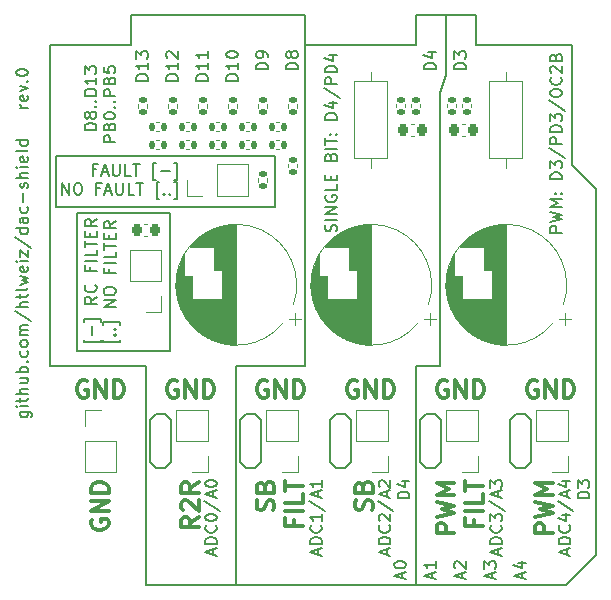
<source format=gbr>
%TF.GenerationSoftware,KiCad,Pcbnew,(6.0.11)*%
%TF.CreationDate,2023-02-17T00:37:41+01:00*%
%TF.ProjectId,dac-shield,6461632d-7368-4696-956c-642e6b696361,rev.0*%
%TF.SameCoordinates,Original*%
%TF.FileFunction,Legend,Top*%
%TF.FilePolarity,Positive*%
%FSLAX46Y46*%
G04 Gerber Fmt 4.6, Leading zero omitted, Abs format (unit mm)*
G04 Created by KiCad (PCBNEW (6.0.11)) date 2023-02-17 00:37:41*
%MOMM*%
%LPD*%
G01*
G04 APERTURE LIST*
G04 Aperture macros list*
%AMRoundRect*
0 Rectangle with rounded corners*
0 $1 Rounding radius*
0 $2 $3 $4 $5 $6 $7 $8 $9 X,Y pos of 4 corners*
0 Add a 4 corners polygon primitive as box body*
4,1,4,$2,$3,$4,$5,$6,$7,$8,$9,$2,$3,0*
0 Add four circle primitives for the rounded corners*
1,1,$1+$1,$2,$3*
1,1,$1+$1,$4,$5*
1,1,$1+$1,$6,$7*
1,1,$1+$1,$8,$9*
0 Add four rect primitives between the rounded corners*
20,1,$1+$1,$2,$3,$4,$5,0*
20,1,$1+$1,$4,$5,$6,$7,0*
20,1,$1+$1,$6,$7,$8,$9,0*
20,1,$1+$1,$8,$9,$2,$3,0*%
G04 Aperture macros list end*
%ADD10C,0.150000*%
%ADD11C,0.200000*%
%ADD12C,0.160000*%
%ADD13C,0.300000*%
%ADD14C,0.120000*%
%ADD15C,1.400000*%
%ADD16RoundRect,0.135000X0.135000X0.185000X-0.135000X0.185000X-0.135000X-0.185000X0.135000X-0.185000X0*%
%ADD17R,1.700000X1.700000*%
%ADD18O,1.700000X1.700000*%
%ADD19RoundRect,0.135000X-0.185000X0.135000X-0.185000X-0.135000X0.185000X-0.135000X0.185000X0.135000X0*%
%ADD20R,2.000000X2.000000*%
%ADD21C,2.000000*%
%ADD22RoundRect,0.225000X-0.225000X-0.250000X0.225000X-0.250000X0.225000X0.250000X-0.225000X0.250000X0*%
%ADD23C,1.600000*%
%ADD24O,1.600000X1.600000*%
%ADD25RoundRect,0.225000X0.225000X0.250000X-0.225000X0.250000X-0.225000X-0.250000X0.225000X-0.250000X0*%
%ADD26R,1.600000X1.600000*%
G04 APERTURE END LIST*
D10*
X121920000Y-80010000D02*
X121920000Y-77470000D01*
X130810000Y-125730000D02*
X123190000Y-125730000D01*
X148082000Y-84074000D02*
X148082000Y-107188000D01*
X146050000Y-125730000D02*
X130810000Y-125730000D01*
X146050000Y-80010000D02*
X136652000Y-80010000D01*
X136652000Y-77470000D02*
X136652000Y-95250000D01*
X148590000Y-77470000D02*
X151130000Y-77470000D01*
X146050000Y-77470000D02*
X148590000Y-77470000D01*
X161290000Y-92202000D02*
X161290000Y-123190000D01*
X136652000Y-107188000D02*
X130810000Y-107188000D01*
X161290000Y-123190000D02*
X158750000Y-125730000D01*
X123190000Y-125730000D02*
X123190000Y-107188000D01*
D11*
X115570000Y-89408000D02*
X134112000Y-89408000D01*
X134112000Y-89408000D02*
X134112000Y-93726000D01*
X134112000Y-93726000D02*
X115570000Y-93726000D01*
X115570000Y-93726000D02*
X115570000Y-89408000D01*
D10*
X123190000Y-107188000D02*
X115062000Y-107188000D01*
X130810000Y-107188000D02*
X130810000Y-125730000D01*
X158750000Y-125730000D02*
X146050000Y-125730000D01*
X151130000Y-80010000D02*
X159258000Y-80010000D01*
X159258000Y-90170000D02*
X161290000Y-92202000D01*
X148590000Y-77470000D02*
X148590000Y-82550000D01*
D11*
X117348000Y-105918000D02*
X125222000Y-105918000D01*
X125222000Y-105918000D02*
X125222000Y-94234000D01*
X125222000Y-94234000D02*
X117348000Y-94234000D01*
X117348000Y-94234000D02*
X117348000Y-105918000D01*
D10*
X136652000Y-77470000D02*
X121920000Y-77470000D01*
X146050000Y-77470000D02*
X146050000Y-80010000D01*
X146050000Y-107188000D02*
X146050000Y-125730000D01*
X115062000Y-80010000D02*
X121920000Y-80010000D01*
X136652000Y-95250000D02*
X136652000Y-107188000D01*
X115062000Y-107188000D02*
X115062000Y-80010000D01*
X159258000Y-80010000D02*
X159258000Y-90170000D01*
X148082000Y-107188000D02*
X146050000Y-107188000D01*
X148590000Y-82550000D02*
X148082000Y-84074000D01*
X151130000Y-77470000D02*
X151130000Y-80010000D01*
D12*
X155106666Y-125181523D02*
X155106666Y-124705333D01*
X155392380Y-125276761D02*
X154392380Y-124943428D01*
X155392380Y-124610095D01*
X154725714Y-123848190D02*
X155392380Y-123848190D01*
X154344761Y-124086285D02*
X155059047Y-124324380D01*
X155059047Y-123705333D01*
X150026666Y-125181523D02*
X150026666Y-124705333D01*
X150312380Y-125276761D02*
X149312380Y-124943428D01*
X150312380Y-124610095D01*
X149407619Y-124324380D02*
X149360000Y-124276761D01*
X149312380Y-124181523D01*
X149312380Y-123943428D01*
X149360000Y-123848190D01*
X149407619Y-123800571D01*
X149502857Y-123752952D01*
X149598095Y-123752952D01*
X149740952Y-123800571D01*
X150312380Y-124372000D01*
X150312380Y-123752952D01*
X123388380Y-83034666D02*
X122388380Y-83034666D01*
X122388380Y-82796571D01*
X122436000Y-82653714D01*
X122531238Y-82558476D01*
X122626476Y-82510857D01*
X122816952Y-82463238D01*
X122959809Y-82463238D01*
X123150285Y-82510857D01*
X123245523Y-82558476D01*
X123340761Y-82653714D01*
X123388380Y-82796571D01*
X123388380Y-83034666D01*
X123388380Y-81510857D02*
X123388380Y-82082285D01*
X123388380Y-81796571D02*
X122388380Y-81796571D01*
X122531238Y-81891809D01*
X122626476Y-81987047D01*
X122674095Y-82082285D01*
X122388380Y-81177523D02*
X122388380Y-80558476D01*
X122769333Y-80891809D01*
X122769333Y-80748952D01*
X122816952Y-80653714D01*
X122864571Y-80606095D01*
X122959809Y-80558476D01*
X123197904Y-80558476D01*
X123293142Y-80606095D01*
X123340761Y-80653714D01*
X123388380Y-80748952D01*
X123388380Y-81034666D01*
X123340761Y-81129904D01*
X123293142Y-81177523D01*
X143633666Y-123166190D02*
X143633666Y-122690000D01*
X143919380Y-123261428D02*
X142919380Y-122928095D01*
X143919380Y-122594761D01*
X143919380Y-122261428D02*
X142919380Y-122261428D01*
X142919380Y-122023333D01*
X142967000Y-121880476D01*
X143062238Y-121785238D01*
X143157476Y-121737619D01*
X143347952Y-121690000D01*
X143490809Y-121690000D01*
X143681285Y-121737619D01*
X143776523Y-121785238D01*
X143871761Y-121880476D01*
X143919380Y-122023333D01*
X143919380Y-122261428D01*
X143824142Y-120690000D02*
X143871761Y-120737619D01*
X143919380Y-120880476D01*
X143919380Y-120975714D01*
X143871761Y-121118571D01*
X143776523Y-121213809D01*
X143681285Y-121261428D01*
X143490809Y-121309047D01*
X143347952Y-121309047D01*
X143157476Y-121261428D01*
X143062238Y-121213809D01*
X142967000Y-121118571D01*
X142919380Y-120975714D01*
X142919380Y-120880476D01*
X142967000Y-120737619D01*
X143014619Y-120690000D01*
X143014619Y-120309047D02*
X142967000Y-120261428D01*
X142919380Y-120166190D01*
X142919380Y-119928095D01*
X142967000Y-119832857D01*
X143014619Y-119785238D01*
X143109857Y-119737619D01*
X143205095Y-119737619D01*
X143347952Y-119785238D01*
X143919380Y-120356666D01*
X143919380Y-119737619D01*
X142871761Y-118594761D02*
X144157476Y-119451904D01*
X143633666Y-118309047D02*
X143633666Y-117832857D01*
X143919380Y-118404285D02*
X142919380Y-118070952D01*
X143919380Y-117737619D01*
X143014619Y-117451904D02*
X142967000Y-117404285D01*
X142919380Y-117309047D01*
X142919380Y-117070952D01*
X142967000Y-116975714D01*
X143014619Y-116928095D01*
X143109857Y-116880476D01*
X143205095Y-116880476D01*
X143347952Y-116928095D01*
X143919380Y-117499523D01*
X143919380Y-116880476D01*
X145529380Y-118404285D02*
X144529380Y-118404285D01*
X144529380Y-118166190D01*
X144577000Y-118023333D01*
X144672238Y-117928095D01*
X144767476Y-117880476D01*
X144957952Y-117832857D01*
X145100809Y-117832857D01*
X145291285Y-117880476D01*
X145386523Y-117928095D01*
X145481761Y-118023333D01*
X145529380Y-118166190D01*
X145529380Y-118404285D01*
X144862714Y-116975714D02*
X145529380Y-116975714D01*
X144481761Y-117213809D02*
X145196047Y-117451904D01*
X145196047Y-116832857D01*
X112561714Y-111082476D02*
X113371238Y-111082476D01*
X113466476Y-111130095D01*
X113514095Y-111177714D01*
X113561714Y-111272952D01*
X113561714Y-111415809D01*
X113514095Y-111511047D01*
X113180761Y-111082476D02*
X113228380Y-111177714D01*
X113228380Y-111368190D01*
X113180761Y-111463428D01*
X113133142Y-111511047D01*
X113037904Y-111558666D01*
X112752190Y-111558666D01*
X112656952Y-111511047D01*
X112609333Y-111463428D01*
X112561714Y-111368190D01*
X112561714Y-111177714D01*
X112609333Y-111082476D01*
X113228380Y-110606285D02*
X112561714Y-110606285D01*
X112228380Y-110606285D02*
X112276000Y-110653904D01*
X112323619Y-110606285D01*
X112276000Y-110558666D01*
X112228380Y-110606285D01*
X112323619Y-110606285D01*
X112561714Y-110272952D02*
X112561714Y-109892000D01*
X112228380Y-110130095D02*
X113085523Y-110130095D01*
X113180761Y-110082476D01*
X113228380Y-109987238D01*
X113228380Y-109892000D01*
X113228380Y-109558666D02*
X112228380Y-109558666D01*
X113228380Y-109130095D02*
X112704571Y-109130095D01*
X112609333Y-109177714D01*
X112561714Y-109272952D01*
X112561714Y-109415809D01*
X112609333Y-109511047D01*
X112656952Y-109558666D01*
X112561714Y-108225333D02*
X113228380Y-108225333D01*
X112561714Y-108653904D02*
X113085523Y-108653904D01*
X113180761Y-108606285D01*
X113228380Y-108511047D01*
X113228380Y-108368190D01*
X113180761Y-108272952D01*
X113133142Y-108225333D01*
X113228380Y-107749142D02*
X112228380Y-107749142D01*
X112609333Y-107749142D02*
X112561714Y-107653904D01*
X112561714Y-107463428D01*
X112609333Y-107368190D01*
X112656952Y-107320571D01*
X112752190Y-107272952D01*
X113037904Y-107272952D01*
X113133142Y-107320571D01*
X113180761Y-107368190D01*
X113228380Y-107463428D01*
X113228380Y-107653904D01*
X113180761Y-107749142D01*
X113133142Y-106844380D02*
X113180761Y-106796761D01*
X113228380Y-106844380D01*
X113180761Y-106892000D01*
X113133142Y-106844380D01*
X113228380Y-106844380D01*
X113180761Y-105939619D02*
X113228380Y-106034857D01*
X113228380Y-106225333D01*
X113180761Y-106320571D01*
X113133142Y-106368190D01*
X113037904Y-106415809D01*
X112752190Y-106415809D01*
X112656952Y-106368190D01*
X112609333Y-106320571D01*
X112561714Y-106225333D01*
X112561714Y-106034857D01*
X112609333Y-105939619D01*
X113228380Y-105368190D02*
X113180761Y-105463428D01*
X113133142Y-105511047D01*
X113037904Y-105558666D01*
X112752190Y-105558666D01*
X112656952Y-105511047D01*
X112609333Y-105463428D01*
X112561714Y-105368190D01*
X112561714Y-105225333D01*
X112609333Y-105130095D01*
X112656952Y-105082476D01*
X112752190Y-105034857D01*
X113037904Y-105034857D01*
X113133142Y-105082476D01*
X113180761Y-105130095D01*
X113228380Y-105225333D01*
X113228380Y-105368190D01*
X113228380Y-104606285D02*
X112561714Y-104606285D01*
X112656952Y-104606285D02*
X112609333Y-104558666D01*
X112561714Y-104463428D01*
X112561714Y-104320571D01*
X112609333Y-104225333D01*
X112704571Y-104177714D01*
X113228380Y-104177714D01*
X112704571Y-104177714D02*
X112609333Y-104130095D01*
X112561714Y-104034857D01*
X112561714Y-103892000D01*
X112609333Y-103796761D01*
X112704571Y-103749142D01*
X113228380Y-103749142D01*
X112180761Y-102558666D02*
X113466476Y-103415809D01*
X113228380Y-102225333D02*
X112228380Y-102225333D01*
X113228380Y-101796761D02*
X112704571Y-101796761D01*
X112609333Y-101844380D01*
X112561714Y-101939619D01*
X112561714Y-102082476D01*
X112609333Y-102177714D01*
X112656952Y-102225333D01*
X112561714Y-101463428D02*
X112561714Y-101082476D01*
X112228380Y-101320571D02*
X113085523Y-101320571D01*
X113180761Y-101272952D01*
X113228380Y-101177714D01*
X113228380Y-101082476D01*
X113228380Y-100606285D02*
X113180761Y-100701523D01*
X113085523Y-100749142D01*
X112228380Y-100749142D01*
X112561714Y-100320571D02*
X113228380Y-100130095D01*
X112752190Y-99939619D01*
X113228380Y-99749142D01*
X112561714Y-99558666D01*
X113180761Y-98796761D02*
X113228380Y-98892000D01*
X113228380Y-99082476D01*
X113180761Y-99177714D01*
X113085523Y-99225333D01*
X112704571Y-99225333D01*
X112609333Y-99177714D01*
X112561714Y-99082476D01*
X112561714Y-98892000D01*
X112609333Y-98796761D01*
X112704571Y-98749142D01*
X112799809Y-98749142D01*
X112895047Y-99225333D01*
X113228380Y-98320571D02*
X112561714Y-98320571D01*
X112228380Y-98320571D02*
X112276000Y-98368190D01*
X112323619Y-98320571D01*
X112276000Y-98272952D01*
X112228380Y-98320571D01*
X112323619Y-98320571D01*
X112561714Y-97939619D02*
X112561714Y-97415809D01*
X113228380Y-97939619D01*
X113228380Y-97415809D01*
X112180761Y-96320571D02*
X113466476Y-97177714D01*
X113228380Y-95558666D02*
X112228380Y-95558666D01*
X113180761Y-95558666D02*
X113228380Y-95653904D01*
X113228380Y-95844380D01*
X113180761Y-95939619D01*
X113133142Y-95987238D01*
X113037904Y-96034857D01*
X112752190Y-96034857D01*
X112656952Y-95987238D01*
X112609333Y-95939619D01*
X112561714Y-95844380D01*
X112561714Y-95653904D01*
X112609333Y-95558666D01*
X113228380Y-94653904D02*
X112704571Y-94653904D01*
X112609333Y-94701523D01*
X112561714Y-94796761D01*
X112561714Y-94987238D01*
X112609333Y-95082476D01*
X113180761Y-94653904D02*
X113228380Y-94749142D01*
X113228380Y-94987238D01*
X113180761Y-95082476D01*
X113085523Y-95130095D01*
X112990285Y-95130095D01*
X112895047Y-95082476D01*
X112847428Y-94987238D01*
X112847428Y-94749142D01*
X112799809Y-94653904D01*
X113180761Y-93749142D02*
X113228380Y-93844380D01*
X113228380Y-94034857D01*
X113180761Y-94130095D01*
X113133142Y-94177714D01*
X113037904Y-94225333D01*
X112752190Y-94225333D01*
X112656952Y-94177714D01*
X112609333Y-94130095D01*
X112561714Y-94034857D01*
X112561714Y-93844380D01*
X112609333Y-93749142D01*
X112847428Y-93320571D02*
X112847428Y-92558666D01*
X113180761Y-92130095D02*
X113228380Y-92034857D01*
X113228380Y-91844380D01*
X113180761Y-91749142D01*
X113085523Y-91701523D01*
X113037904Y-91701523D01*
X112942666Y-91749142D01*
X112895047Y-91844380D01*
X112895047Y-91987238D01*
X112847428Y-92082476D01*
X112752190Y-92130095D01*
X112704571Y-92130095D01*
X112609333Y-92082476D01*
X112561714Y-91987238D01*
X112561714Y-91844380D01*
X112609333Y-91749142D01*
X113228380Y-91272952D02*
X112228380Y-91272952D01*
X113228380Y-90844380D02*
X112704571Y-90844380D01*
X112609333Y-90892000D01*
X112561714Y-90987238D01*
X112561714Y-91130095D01*
X112609333Y-91225333D01*
X112656952Y-91272952D01*
X113228380Y-90368190D02*
X112561714Y-90368190D01*
X112228380Y-90368190D02*
X112276000Y-90415809D01*
X112323619Y-90368190D01*
X112276000Y-90320571D01*
X112228380Y-90368190D01*
X112323619Y-90368190D01*
X113180761Y-89511047D02*
X113228380Y-89606285D01*
X113228380Y-89796761D01*
X113180761Y-89892000D01*
X113085523Y-89939619D01*
X112704571Y-89939619D01*
X112609333Y-89892000D01*
X112561714Y-89796761D01*
X112561714Y-89606285D01*
X112609333Y-89511047D01*
X112704571Y-89463428D01*
X112799809Y-89463428D01*
X112895047Y-89939619D01*
X113228380Y-88892000D02*
X113180761Y-88987238D01*
X113085523Y-89034857D01*
X112228380Y-89034857D01*
X113228380Y-88082476D02*
X112228380Y-88082476D01*
X113180761Y-88082476D02*
X113228380Y-88177714D01*
X113228380Y-88368190D01*
X113180761Y-88463428D01*
X113133142Y-88511047D01*
X113037904Y-88558666D01*
X112752190Y-88558666D01*
X112656952Y-88511047D01*
X112609333Y-88463428D01*
X112561714Y-88368190D01*
X112561714Y-88177714D01*
X112609333Y-88082476D01*
X113228380Y-85320571D02*
X112561714Y-85320571D01*
X112752190Y-85320571D02*
X112656952Y-85272952D01*
X112609333Y-85225333D01*
X112561714Y-85130095D01*
X112561714Y-85034857D01*
X113180761Y-84320571D02*
X113228380Y-84415809D01*
X113228380Y-84606285D01*
X113180761Y-84701523D01*
X113085523Y-84749142D01*
X112704571Y-84749142D01*
X112609333Y-84701523D01*
X112561714Y-84606285D01*
X112561714Y-84415809D01*
X112609333Y-84320571D01*
X112704571Y-84272952D01*
X112799809Y-84272952D01*
X112895047Y-84749142D01*
X112561714Y-83939619D02*
X113228380Y-83701523D01*
X112561714Y-83463428D01*
X113133142Y-83082476D02*
X113180761Y-83034857D01*
X113228380Y-83082476D01*
X113180761Y-83130095D01*
X113133142Y-83082476D01*
X113228380Y-83082476D01*
X112228380Y-82415809D02*
X112228380Y-82320571D01*
X112276000Y-82225333D01*
X112323619Y-82177714D01*
X112418857Y-82130095D01*
X112609333Y-82082476D01*
X112847428Y-82082476D01*
X113037904Y-82130095D01*
X113133142Y-82177714D01*
X113180761Y-82225333D01*
X113228380Y-82320571D01*
X113228380Y-82415809D01*
X113180761Y-82511047D01*
X113133142Y-82558666D01*
X113037904Y-82606285D01*
X112847428Y-82653904D01*
X112609333Y-82653904D01*
X112418857Y-82606285D01*
X112323619Y-82558666D01*
X112276000Y-82511047D01*
X112228380Y-82415809D01*
X153074666Y-123166190D02*
X153074666Y-122690000D01*
X153360380Y-123261428D02*
X152360380Y-122928095D01*
X153360380Y-122594761D01*
X153360380Y-122261428D02*
X152360380Y-122261428D01*
X152360380Y-122023333D01*
X152408000Y-121880476D01*
X152503238Y-121785238D01*
X152598476Y-121737619D01*
X152788952Y-121690000D01*
X152931809Y-121690000D01*
X153122285Y-121737619D01*
X153217523Y-121785238D01*
X153312761Y-121880476D01*
X153360380Y-122023333D01*
X153360380Y-122261428D01*
X153265142Y-120690000D02*
X153312761Y-120737619D01*
X153360380Y-120880476D01*
X153360380Y-120975714D01*
X153312761Y-121118571D01*
X153217523Y-121213809D01*
X153122285Y-121261428D01*
X152931809Y-121309047D01*
X152788952Y-121309047D01*
X152598476Y-121261428D01*
X152503238Y-121213809D01*
X152408000Y-121118571D01*
X152360380Y-120975714D01*
X152360380Y-120880476D01*
X152408000Y-120737619D01*
X152455619Y-120690000D01*
X152360380Y-120356666D02*
X152360380Y-119737619D01*
X152741333Y-120070952D01*
X152741333Y-119928095D01*
X152788952Y-119832857D01*
X152836571Y-119785238D01*
X152931809Y-119737619D01*
X153169904Y-119737619D01*
X153265142Y-119785238D01*
X153312761Y-119832857D01*
X153360380Y-119928095D01*
X153360380Y-120213809D01*
X153312761Y-120309047D01*
X153265142Y-120356666D01*
X152312761Y-118594761D02*
X153598476Y-119451904D01*
X153074666Y-118309047D02*
X153074666Y-117832857D01*
X153360380Y-118404285D02*
X152360380Y-118070952D01*
X153360380Y-117737619D01*
X152360380Y-117499523D02*
X152360380Y-116880476D01*
X152741333Y-117213809D01*
X152741333Y-117070952D01*
X152788952Y-116975714D01*
X152836571Y-116928095D01*
X152931809Y-116880476D01*
X153169904Y-116880476D01*
X153265142Y-116928095D01*
X153312761Y-116975714D01*
X153360380Y-117070952D01*
X153360380Y-117356666D01*
X153312761Y-117451904D01*
X153265142Y-117499523D01*
D13*
X118237142Y-108470000D02*
X118094285Y-108398571D01*
X117880000Y-108398571D01*
X117665714Y-108470000D01*
X117522857Y-108612857D01*
X117451428Y-108755714D01*
X117380000Y-109041428D01*
X117380000Y-109255714D01*
X117451428Y-109541428D01*
X117522857Y-109684285D01*
X117665714Y-109827142D01*
X117880000Y-109898571D01*
X118022857Y-109898571D01*
X118237142Y-109827142D01*
X118308571Y-109755714D01*
X118308571Y-109255714D01*
X118022857Y-109255714D01*
X118951428Y-109898571D02*
X118951428Y-108398571D01*
X119808571Y-109898571D01*
X119808571Y-108398571D01*
X120522857Y-109898571D02*
X120522857Y-108398571D01*
X120880000Y-108398571D01*
X121094285Y-108470000D01*
X121237142Y-108612857D01*
X121308571Y-108755714D01*
X121380000Y-109041428D01*
X121380000Y-109255714D01*
X121308571Y-109541428D01*
X121237142Y-109684285D01*
X121094285Y-109827142D01*
X120880000Y-109898571D01*
X120522857Y-109898571D01*
D12*
X147486666Y-125181523D02*
X147486666Y-124705333D01*
X147772380Y-125276761D02*
X146772380Y-124943428D01*
X147772380Y-124610095D01*
X147772380Y-123752952D02*
X147772380Y-124324380D01*
X147772380Y-124038666D02*
X146772380Y-124038666D01*
X146915238Y-124133904D01*
X147010476Y-124229142D01*
X147058095Y-124324380D01*
X125928380Y-83034666D02*
X124928380Y-83034666D01*
X124928380Y-82796571D01*
X124976000Y-82653714D01*
X125071238Y-82558476D01*
X125166476Y-82510857D01*
X125356952Y-82463238D01*
X125499809Y-82463238D01*
X125690285Y-82510857D01*
X125785523Y-82558476D01*
X125880761Y-82653714D01*
X125928380Y-82796571D01*
X125928380Y-83034666D01*
X125928380Y-81510857D02*
X125928380Y-82082285D01*
X125928380Y-81796571D02*
X124928380Y-81796571D01*
X125071238Y-81891809D01*
X125166476Y-81987047D01*
X125214095Y-82082285D01*
X125023619Y-81129904D02*
X124976000Y-81082285D01*
X124928380Y-80987047D01*
X124928380Y-80748952D01*
X124976000Y-80653714D01*
X125023619Y-80606095D01*
X125118857Y-80558476D01*
X125214095Y-80558476D01*
X125356952Y-80606095D01*
X125928380Y-81177523D01*
X125928380Y-80558476D01*
X158440380Y-95907714D02*
X157440380Y-95907714D01*
X157440380Y-95526761D01*
X157488000Y-95431523D01*
X157535619Y-95383904D01*
X157630857Y-95336285D01*
X157773714Y-95336285D01*
X157868952Y-95383904D01*
X157916571Y-95431523D01*
X157964190Y-95526761D01*
X157964190Y-95907714D01*
X157440380Y-95002952D02*
X158440380Y-94764857D01*
X157726095Y-94574380D01*
X158440380Y-94383904D01*
X157440380Y-94145809D01*
X158440380Y-93764857D02*
X157440380Y-93764857D01*
X158154666Y-93431523D01*
X157440380Y-93098190D01*
X158440380Y-93098190D01*
X158345142Y-92622000D02*
X158392761Y-92574380D01*
X158440380Y-92622000D01*
X158392761Y-92669619D01*
X158345142Y-92622000D01*
X158440380Y-92622000D01*
X157821333Y-92622000D02*
X157868952Y-92574380D01*
X157916571Y-92622000D01*
X157868952Y-92669619D01*
X157821333Y-92622000D01*
X157916571Y-92622000D01*
X158440380Y-91383904D02*
X157440380Y-91383904D01*
X157440380Y-91145809D01*
X157488000Y-91002952D01*
X157583238Y-90907714D01*
X157678476Y-90860095D01*
X157868952Y-90812476D01*
X158011809Y-90812476D01*
X158202285Y-90860095D01*
X158297523Y-90907714D01*
X158392761Y-91002952D01*
X158440380Y-91145809D01*
X158440380Y-91383904D01*
X157440380Y-90479142D02*
X157440380Y-89860095D01*
X157821333Y-90193428D01*
X157821333Y-90050571D01*
X157868952Y-89955333D01*
X157916571Y-89907714D01*
X158011809Y-89860095D01*
X158249904Y-89860095D01*
X158345142Y-89907714D01*
X158392761Y-89955333D01*
X158440380Y-90050571D01*
X158440380Y-90336285D01*
X158392761Y-90431523D01*
X158345142Y-90479142D01*
X157392761Y-88717238D02*
X158678476Y-89574380D01*
X158440380Y-88383904D02*
X157440380Y-88383904D01*
X157440380Y-88002952D01*
X157488000Y-87907714D01*
X157535619Y-87860095D01*
X157630857Y-87812476D01*
X157773714Y-87812476D01*
X157868952Y-87860095D01*
X157916571Y-87907714D01*
X157964190Y-88002952D01*
X157964190Y-88383904D01*
X158440380Y-87383904D02*
X157440380Y-87383904D01*
X157440380Y-87145809D01*
X157488000Y-87002952D01*
X157583238Y-86907714D01*
X157678476Y-86860095D01*
X157868952Y-86812476D01*
X158011809Y-86812476D01*
X158202285Y-86860095D01*
X158297523Y-86907714D01*
X158392761Y-87002952D01*
X158440380Y-87145809D01*
X158440380Y-87383904D01*
X157440380Y-86479142D02*
X157440380Y-85860095D01*
X157821333Y-86193428D01*
X157821333Y-86050571D01*
X157868952Y-85955333D01*
X157916571Y-85907714D01*
X158011809Y-85860095D01*
X158249904Y-85860095D01*
X158345142Y-85907714D01*
X158392761Y-85955333D01*
X158440380Y-86050571D01*
X158440380Y-86336285D01*
X158392761Y-86431523D01*
X158345142Y-86479142D01*
X157392761Y-84717238D02*
X158678476Y-85574380D01*
X157440380Y-84193428D02*
X157440380Y-84002952D01*
X157488000Y-83907714D01*
X157583238Y-83812476D01*
X157773714Y-83764857D01*
X158107047Y-83764857D01*
X158297523Y-83812476D01*
X158392761Y-83907714D01*
X158440380Y-84002952D01*
X158440380Y-84193428D01*
X158392761Y-84288666D01*
X158297523Y-84383904D01*
X158107047Y-84431523D01*
X157773714Y-84431523D01*
X157583238Y-84383904D01*
X157488000Y-84288666D01*
X157440380Y-84193428D01*
X158345142Y-82764857D02*
X158392761Y-82812476D01*
X158440380Y-82955333D01*
X158440380Y-83050571D01*
X158392761Y-83193428D01*
X158297523Y-83288666D01*
X158202285Y-83336285D01*
X158011809Y-83383904D01*
X157868952Y-83383904D01*
X157678476Y-83336285D01*
X157583238Y-83288666D01*
X157488000Y-83193428D01*
X157440380Y-83050571D01*
X157440380Y-82955333D01*
X157488000Y-82812476D01*
X157535619Y-82764857D01*
X157535619Y-82383904D02*
X157488000Y-82336285D01*
X157440380Y-82241047D01*
X157440380Y-82002952D01*
X157488000Y-81907714D01*
X157535619Y-81860095D01*
X157630857Y-81812476D01*
X157726095Y-81812476D01*
X157868952Y-81860095D01*
X158440380Y-82431523D01*
X158440380Y-81812476D01*
X157916571Y-81050571D02*
X157964190Y-80907714D01*
X158011809Y-80860095D01*
X158107047Y-80812476D01*
X158249904Y-80812476D01*
X158345142Y-80860095D01*
X158392761Y-80907714D01*
X158440380Y-81002952D01*
X158440380Y-81383904D01*
X157440380Y-81383904D01*
X157440380Y-81050571D01*
X157488000Y-80955333D01*
X157535619Y-80907714D01*
X157630857Y-80860095D01*
X157726095Y-80860095D01*
X157821333Y-80907714D01*
X157868952Y-80955333D01*
X157916571Y-81050571D01*
X157916571Y-81383904D01*
D13*
X148717142Y-108470000D02*
X148574285Y-108398571D01*
X148360000Y-108398571D01*
X148145714Y-108470000D01*
X148002857Y-108612857D01*
X147931428Y-108755714D01*
X147860000Y-109041428D01*
X147860000Y-109255714D01*
X147931428Y-109541428D01*
X148002857Y-109684285D01*
X148145714Y-109827142D01*
X148360000Y-109898571D01*
X148502857Y-109898571D01*
X148717142Y-109827142D01*
X148788571Y-109755714D01*
X148788571Y-109255714D01*
X148502857Y-109255714D01*
X149431428Y-109898571D02*
X149431428Y-108398571D01*
X150288571Y-109898571D01*
X150288571Y-108398571D01*
X151002857Y-109898571D02*
X151002857Y-108398571D01*
X151360000Y-108398571D01*
X151574285Y-108470000D01*
X151717142Y-108612857D01*
X151788571Y-108755714D01*
X151860000Y-109041428D01*
X151860000Y-109255714D01*
X151788571Y-109541428D01*
X151717142Y-109684285D01*
X151574285Y-109827142D01*
X151360000Y-109898571D01*
X151002857Y-109898571D01*
D12*
X119027380Y-87209428D02*
X118027380Y-87209428D01*
X118027380Y-86971333D01*
X118075000Y-86828476D01*
X118170238Y-86733238D01*
X118265476Y-86685619D01*
X118455952Y-86638000D01*
X118598809Y-86638000D01*
X118789285Y-86685619D01*
X118884523Y-86733238D01*
X118979761Y-86828476D01*
X119027380Y-86971333D01*
X119027380Y-87209428D01*
X118455952Y-86066571D02*
X118408333Y-86161809D01*
X118360714Y-86209428D01*
X118265476Y-86257047D01*
X118217857Y-86257047D01*
X118122619Y-86209428D01*
X118075000Y-86161809D01*
X118027380Y-86066571D01*
X118027380Y-85876095D01*
X118075000Y-85780857D01*
X118122619Y-85733238D01*
X118217857Y-85685619D01*
X118265476Y-85685619D01*
X118360714Y-85733238D01*
X118408333Y-85780857D01*
X118455952Y-85876095D01*
X118455952Y-86066571D01*
X118503571Y-86161809D01*
X118551190Y-86209428D01*
X118646428Y-86257047D01*
X118836904Y-86257047D01*
X118932142Y-86209428D01*
X118979761Y-86161809D01*
X119027380Y-86066571D01*
X119027380Y-85876095D01*
X118979761Y-85780857D01*
X118932142Y-85733238D01*
X118836904Y-85685619D01*
X118646428Y-85685619D01*
X118551190Y-85733238D01*
X118503571Y-85780857D01*
X118455952Y-85876095D01*
X118932142Y-85257047D02*
X118979761Y-85209428D01*
X119027380Y-85257047D01*
X118979761Y-85304666D01*
X118932142Y-85257047D01*
X119027380Y-85257047D01*
X118932142Y-84780857D02*
X118979761Y-84733238D01*
X119027380Y-84780857D01*
X118979761Y-84828476D01*
X118932142Y-84780857D01*
X119027380Y-84780857D01*
X119027380Y-84304666D02*
X118027380Y-84304666D01*
X118027380Y-84066571D01*
X118075000Y-83923714D01*
X118170238Y-83828476D01*
X118265476Y-83780857D01*
X118455952Y-83733238D01*
X118598809Y-83733238D01*
X118789285Y-83780857D01*
X118884523Y-83828476D01*
X118979761Y-83923714D01*
X119027380Y-84066571D01*
X119027380Y-84304666D01*
X119027380Y-82780857D02*
X119027380Y-83352285D01*
X119027380Y-83066571D02*
X118027380Y-83066571D01*
X118170238Y-83161809D01*
X118265476Y-83257047D01*
X118313095Y-83352285D01*
X118027380Y-82447523D02*
X118027380Y-81828476D01*
X118408333Y-82161809D01*
X118408333Y-82018952D01*
X118455952Y-81923714D01*
X118503571Y-81876095D01*
X118598809Y-81828476D01*
X118836904Y-81828476D01*
X118932142Y-81876095D01*
X118979761Y-81923714D01*
X119027380Y-82018952D01*
X119027380Y-82304666D01*
X118979761Y-82399904D01*
X118932142Y-82447523D01*
X120637380Y-88257047D02*
X119637380Y-88257047D01*
X119637380Y-87876095D01*
X119685000Y-87780857D01*
X119732619Y-87733238D01*
X119827857Y-87685619D01*
X119970714Y-87685619D01*
X120065952Y-87733238D01*
X120113571Y-87780857D01*
X120161190Y-87876095D01*
X120161190Y-88257047D01*
X120113571Y-86923714D02*
X120161190Y-86780857D01*
X120208809Y-86733238D01*
X120304047Y-86685619D01*
X120446904Y-86685619D01*
X120542142Y-86733238D01*
X120589761Y-86780857D01*
X120637380Y-86876095D01*
X120637380Y-87257047D01*
X119637380Y-87257047D01*
X119637380Y-86923714D01*
X119685000Y-86828476D01*
X119732619Y-86780857D01*
X119827857Y-86733238D01*
X119923095Y-86733238D01*
X120018333Y-86780857D01*
X120065952Y-86828476D01*
X120113571Y-86923714D01*
X120113571Y-87257047D01*
X119637380Y-86066571D02*
X119637380Y-85971333D01*
X119685000Y-85876095D01*
X119732619Y-85828476D01*
X119827857Y-85780857D01*
X120018333Y-85733238D01*
X120256428Y-85733238D01*
X120446904Y-85780857D01*
X120542142Y-85828476D01*
X120589761Y-85876095D01*
X120637380Y-85971333D01*
X120637380Y-86066571D01*
X120589761Y-86161809D01*
X120542142Y-86209428D01*
X120446904Y-86257047D01*
X120256428Y-86304666D01*
X120018333Y-86304666D01*
X119827857Y-86257047D01*
X119732619Y-86209428D01*
X119685000Y-86161809D01*
X119637380Y-86066571D01*
X120542142Y-85304666D02*
X120589761Y-85257047D01*
X120637380Y-85304666D01*
X120589761Y-85352285D01*
X120542142Y-85304666D01*
X120637380Y-85304666D01*
X120542142Y-84828476D02*
X120589761Y-84780857D01*
X120637380Y-84828476D01*
X120589761Y-84876095D01*
X120542142Y-84828476D01*
X120637380Y-84828476D01*
X120637380Y-84352285D02*
X119637380Y-84352285D01*
X119637380Y-83971333D01*
X119685000Y-83876095D01*
X119732619Y-83828476D01*
X119827857Y-83780857D01*
X119970714Y-83780857D01*
X120065952Y-83828476D01*
X120113571Y-83876095D01*
X120161190Y-83971333D01*
X120161190Y-84352285D01*
X120113571Y-83018952D02*
X120161190Y-82876095D01*
X120208809Y-82828476D01*
X120304047Y-82780857D01*
X120446904Y-82780857D01*
X120542142Y-82828476D01*
X120589761Y-82876095D01*
X120637380Y-82971333D01*
X120637380Y-83352285D01*
X119637380Y-83352285D01*
X119637380Y-83018952D01*
X119685000Y-82923714D01*
X119732619Y-82876095D01*
X119827857Y-82828476D01*
X119923095Y-82828476D01*
X120018333Y-82876095D01*
X120065952Y-82923714D01*
X120113571Y-83018952D01*
X120113571Y-83352285D01*
X119637380Y-81876095D02*
X119637380Y-82352285D01*
X120113571Y-82399904D01*
X120065952Y-82352285D01*
X120018333Y-82257047D01*
X120018333Y-82018952D01*
X120065952Y-81923714D01*
X120113571Y-81876095D01*
X120208809Y-81828476D01*
X120446904Y-81828476D01*
X120542142Y-81876095D01*
X120589761Y-81923714D01*
X120637380Y-82018952D01*
X120637380Y-82257047D01*
X120589761Y-82352285D01*
X120542142Y-82399904D01*
D13*
X125857142Y-108470000D02*
X125714285Y-108398571D01*
X125500000Y-108398571D01*
X125285714Y-108470000D01*
X125142857Y-108612857D01*
X125071428Y-108755714D01*
X125000000Y-109041428D01*
X125000000Y-109255714D01*
X125071428Y-109541428D01*
X125142857Y-109684285D01*
X125285714Y-109827142D01*
X125500000Y-109898571D01*
X125642857Y-109898571D01*
X125857142Y-109827142D01*
X125928571Y-109755714D01*
X125928571Y-109255714D01*
X125642857Y-109255714D01*
X126571428Y-109898571D02*
X126571428Y-108398571D01*
X127428571Y-109898571D01*
X127428571Y-108398571D01*
X128142857Y-109898571D02*
X128142857Y-108398571D01*
X128500000Y-108398571D01*
X128714285Y-108470000D01*
X128857142Y-108612857D01*
X128928571Y-108755714D01*
X129000000Y-109041428D01*
X129000000Y-109255714D01*
X128928571Y-109541428D01*
X128857142Y-109684285D01*
X128714285Y-109827142D01*
X128500000Y-109898571D01*
X128142857Y-109898571D01*
D12*
X147772380Y-82082285D02*
X146772380Y-82082285D01*
X146772380Y-81844190D01*
X146820000Y-81701333D01*
X146915238Y-81606095D01*
X147010476Y-81558476D01*
X147200952Y-81510857D01*
X147343809Y-81510857D01*
X147534285Y-81558476D01*
X147629523Y-81606095D01*
X147724761Y-81701333D01*
X147772380Y-81844190D01*
X147772380Y-82082285D01*
X147105714Y-80653714D02*
X147772380Y-80653714D01*
X146724761Y-80891809D02*
X147439047Y-81129904D01*
X147439047Y-80510857D01*
D13*
X142339142Y-119423857D02*
X142410571Y-119209571D01*
X142410571Y-118852428D01*
X142339142Y-118709571D01*
X142267714Y-118638142D01*
X142124857Y-118566714D01*
X141982000Y-118566714D01*
X141839142Y-118638142D01*
X141767714Y-118709571D01*
X141696285Y-118852428D01*
X141624857Y-119138142D01*
X141553428Y-119281000D01*
X141482000Y-119352428D01*
X141339142Y-119423857D01*
X141196285Y-119423857D01*
X141053428Y-119352428D01*
X140982000Y-119281000D01*
X140910571Y-119138142D01*
X140910571Y-118781000D01*
X140982000Y-118566714D01*
X141624857Y-117423857D02*
X141696285Y-117209571D01*
X141767714Y-117138142D01*
X141910571Y-117066714D01*
X142124857Y-117066714D01*
X142267714Y-117138142D01*
X142339142Y-117209571D01*
X142410571Y-117352428D01*
X142410571Y-117923857D01*
X140910571Y-117923857D01*
X140910571Y-117423857D01*
X140982000Y-117281000D01*
X141053428Y-117209571D01*
X141196285Y-117138142D01*
X141339142Y-117138142D01*
X141482000Y-117209571D01*
X141553428Y-117281000D01*
X141624857Y-117423857D01*
X141624857Y-117923857D01*
X134019642Y-119423857D02*
X134091071Y-119209571D01*
X134091071Y-118852428D01*
X134019642Y-118709571D01*
X133948214Y-118638142D01*
X133805357Y-118566714D01*
X133662500Y-118566714D01*
X133519642Y-118638142D01*
X133448214Y-118709571D01*
X133376785Y-118852428D01*
X133305357Y-119138142D01*
X133233928Y-119281000D01*
X133162500Y-119352428D01*
X133019642Y-119423857D01*
X132876785Y-119423857D01*
X132733928Y-119352428D01*
X132662500Y-119281000D01*
X132591071Y-119138142D01*
X132591071Y-118781000D01*
X132662500Y-118566714D01*
X133305357Y-117423857D02*
X133376785Y-117209571D01*
X133448214Y-117138142D01*
X133591071Y-117066714D01*
X133805357Y-117066714D01*
X133948214Y-117138142D01*
X134019642Y-117209571D01*
X134091071Y-117352428D01*
X134091071Y-117923857D01*
X132591071Y-117923857D01*
X132591071Y-117423857D01*
X132662500Y-117281000D01*
X132733928Y-117209571D01*
X132876785Y-117138142D01*
X133019642Y-117138142D01*
X133162500Y-117209571D01*
X133233928Y-117281000D01*
X133305357Y-117423857D01*
X133305357Y-117923857D01*
X135720357Y-120281000D02*
X135720357Y-120781000D01*
X136506071Y-120781000D02*
X135006071Y-120781000D01*
X135006071Y-120066714D01*
X136506071Y-119495285D02*
X135006071Y-119495285D01*
X136506071Y-118066714D02*
X136506071Y-118781000D01*
X135006071Y-118781000D01*
X135006071Y-117781000D02*
X135006071Y-116923857D01*
X136506071Y-117352428D02*
X135006071Y-117352428D01*
D12*
X119038761Y-90563571D02*
X118705428Y-90563571D01*
X118705428Y-91087380D02*
X118705428Y-90087380D01*
X119181619Y-90087380D01*
X119514952Y-90801666D02*
X119991142Y-90801666D01*
X119419714Y-91087380D02*
X119753047Y-90087380D01*
X120086380Y-91087380D01*
X120419714Y-90087380D02*
X120419714Y-90896904D01*
X120467333Y-90992142D01*
X120514952Y-91039761D01*
X120610190Y-91087380D01*
X120800666Y-91087380D01*
X120895904Y-91039761D01*
X120943523Y-90992142D01*
X120991142Y-90896904D01*
X120991142Y-90087380D01*
X121943523Y-91087380D02*
X121467333Y-91087380D01*
X121467333Y-90087380D01*
X122134000Y-90087380D02*
X122705428Y-90087380D01*
X122419714Y-91087380D02*
X122419714Y-90087380D01*
X124086380Y-91420714D02*
X123848285Y-91420714D01*
X123848285Y-89992142D01*
X124086380Y-89992142D01*
X124467333Y-90706428D02*
X125229238Y-90706428D01*
X125610190Y-91420714D02*
X125848285Y-91420714D01*
X125848285Y-89992142D01*
X125610190Y-89992142D01*
X116134000Y-92697380D02*
X116134000Y-91697380D01*
X116705428Y-92697380D01*
X116705428Y-91697380D01*
X117372095Y-91697380D02*
X117562571Y-91697380D01*
X117657809Y-91745000D01*
X117753047Y-91840238D01*
X117800666Y-92030714D01*
X117800666Y-92364047D01*
X117753047Y-92554523D01*
X117657809Y-92649761D01*
X117562571Y-92697380D01*
X117372095Y-92697380D01*
X117276857Y-92649761D01*
X117181619Y-92554523D01*
X117134000Y-92364047D01*
X117134000Y-92030714D01*
X117181619Y-91840238D01*
X117276857Y-91745000D01*
X117372095Y-91697380D01*
X119324476Y-92173571D02*
X118991142Y-92173571D01*
X118991142Y-92697380D02*
X118991142Y-91697380D01*
X119467333Y-91697380D01*
X119800666Y-92411666D02*
X120276857Y-92411666D01*
X119705428Y-92697380D02*
X120038761Y-91697380D01*
X120372095Y-92697380D01*
X120705428Y-91697380D02*
X120705428Y-92506904D01*
X120753047Y-92602142D01*
X120800666Y-92649761D01*
X120895904Y-92697380D01*
X121086380Y-92697380D01*
X121181619Y-92649761D01*
X121229238Y-92602142D01*
X121276857Y-92506904D01*
X121276857Y-91697380D01*
X122229238Y-92697380D02*
X121753047Y-92697380D01*
X121753047Y-91697380D01*
X122419714Y-91697380D02*
X122991142Y-91697380D01*
X122705428Y-92697380D02*
X122705428Y-91697380D01*
X124372095Y-93030714D02*
X124134000Y-93030714D01*
X124134000Y-91602142D01*
X124372095Y-91602142D01*
X124753047Y-92602142D02*
X124800666Y-92649761D01*
X124753047Y-92697380D01*
X124705428Y-92649761D01*
X124753047Y-92602142D01*
X124753047Y-92697380D01*
X125229238Y-92602142D02*
X125276857Y-92649761D01*
X125229238Y-92697380D01*
X125181619Y-92649761D01*
X125229238Y-92602142D01*
X125229238Y-92697380D01*
X125610190Y-93030714D02*
X125848285Y-93030714D01*
X125848285Y-91602142D01*
X125610190Y-91602142D01*
X158873666Y-123166190D02*
X158873666Y-122690000D01*
X159159380Y-123261428D02*
X158159380Y-122928095D01*
X159159380Y-122594761D01*
X159159380Y-122261428D02*
X158159380Y-122261428D01*
X158159380Y-122023333D01*
X158207000Y-121880476D01*
X158302238Y-121785238D01*
X158397476Y-121737619D01*
X158587952Y-121690000D01*
X158730809Y-121690000D01*
X158921285Y-121737619D01*
X159016523Y-121785238D01*
X159111761Y-121880476D01*
X159159380Y-122023333D01*
X159159380Y-122261428D01*
X159064142Y-120690000D02*
X159111761Y-120737619D01*
X159159380Y-120880476D01*
X159159380Y-120975714D01*
X159111761Y-121118571D01*
X159016523Y-121213809D01*
X158921285Y-121261428D01*
X158730809Y-121309047D01*
X158587952Y-121309047D01*
X158397476Y-121261428D01*
X158302238Y-121213809D01*
X158207000Y-121118571D01*
X158159380Y-120975714D01*
X158159380Y-120880476D01*
X158207000Y-120737619D01*
X158254619Y-120690000D01*
X158492714Y-119832857D02*
X159159380Y-119832857D01*
X158111761Y-120070952D02*
X158826047Y-120309047D01*
X158826047Y-119690000D01*
X158111761Y-118594761D02*
X159397476Y-119451904D01*
X158873666Y-118309047D02*
X158873666Y-117832857D01*
X159159380Y-118404285D02*
X158159380Y-118070952D01*
X159159380Y-117737619D01*
X158492714Y-116975714D02*
X159159380Y-116975714D01*
X158111761Y-117213809D02*
X158826047Y-117451904D01*
X158826047Y-116832857D01*
X160769380Y-118404285D02*
X159769380Y-118404285D01*
X159769380Y-118166190D01*
X159817000Y-118023333D01*
X159912238Y-117928095D01*
X160007476Y-117880476D01*
X160197952Y-117832857D01*
X160340809Y-117832857D01*
X160531285Y-117880476D01*
X160626523Y-117928095D01*
X160721761Y-118023333D01*
X160769380Y-118166190D01*
X160769380Y-118404285D01*
X159769380Y-117499523D02*
X159769380Y-116880476D01*
X160150333Y-117213809D01*
X160150333Y-117070952D01*
X160197952Y-116975714D01*
X160245571Y-116928095D01*
X160340809Y-116880476D01*
X160578904Y-116880476D01*
X160674142Y-116928095D01*
X160721761Y-116975714D01*
X160769380Y-117070952D01*
X160769380Y-117356666D01*
X160721761Y-117451904D01*
X160674142Y-117499523D01*
D13*
X156337142Y-108470000D02*
X156194285Y-108398571D01*
X155980000Y-108398571D01*
X155765714Y-108470000D01*
X155622857Y-108612857D01*
X155551428Y-108755714D01*
X155480000Y-109041428D01*
X155480000Y-109255714D01*
X155551428Y-109541428D01*
X155622857Y-109684285D01*
X155765714Y-109827142D01*
X155980000Y-109898571D01*
X156122857Y-109898571D01*
X156337142Y-109827142D01*
X156408571Y-109755714D01*
X156408571Y-109255714D01*
X156122857Y-109255714D01*
X157051428Y-109898571D02*
X157051428Y-108398571D01*
X157908571Y-109898571D01*
X157908571Y-108398571D01*
X158622857Y-109898571D02*
X158622857Y-108398571D01*
X158980000Y-108398571D01*
X159194285Y-108470000D01*
X159337142Y-108612857D01*
X159408571Y-108755714D01*
X159480000Y-109041428D01*
X159480000Y-109255714D01*
X159408571Y-109541428D01*
X159337142Y-109684285D01*
X159194285Y-109827142D01*
X158980000Y-109898571D01*
X158622857Y-109898571D01*
X141097142Y-108470000D02*
X140954285Y-108398571D01*
X140740000Y-108398571D01*
X140525714Y-108470000D01*
X140382857Y-108612857D01*
X140311428Y-108755714D01*
X140240000Y-109041428D01*
X140240000Y-109255714D01*
X140311428Y-109541428D01*
X140382857Y-109684285D01*
X140525714Y-109827142D01*
X140740000Y-109898571D01*
X140882857Y-109898571D01*
X141097142Y-109827142D01*
X141168571Y-109755714D01*
X141168571Y-109255714D01*
X140882857Y-109255714D01*
X141811428Y-109898571D02*
X141811428Y-108398571D01*
X142668571Y-109898571D01*
X142668571Y-108398571D01*
X143382857Y-109898571D02*
X143382857Y-108398571D01*
X143740000Y-108398571D01*
X143954285Y-108470000D01*
X144097142Y-108612857D01*
X144168571Y-108755714D01*
X144240000Y-109041428D01*
X144240000Y-109255714D01*
X144168571Y-109541428D01*
X144097142Y-109684285D01*
X143954285Y-109827142D01*
X143740000Y-109898571D01*
X143382857Y-109898571D01*
X149331071Y-121352428D02*
X147831071Y-121352428D01*
X147831071Y-120781000D01*
X147902500Y-120638142D01*
X147973928Y-120566714D01*
X148116785Y-120495285D01*
X148331071Y-120495285D01*
X148473928Y-120566714D01*
X148545357Y-120638142D01*
X148616785Y-120781000D01*
X148616785Y-121352428D01*
X147831071Y-119995285D02*
X149331071Y-119638142D01*
X148259642Y-119352428D01*
X149331071Y-119066714D01*
X147831071Y-118709571D01*
X149331071Y-118138142D02*
X147831071Y-118138142D01*
X148902500Y-117638142D01*
X147831071Y-117138142D01*
X149331071Y-117138142D01*
X150960357Y-120281000D02*
X150960357Y-120781000D01*
X151746071Y-120781000D02*
X150246071Y-120781000D01*
X150246071Y-120066714D01*
X151746071Y-119495285D02*
X150246071Y-119495285D01*
X151746071Y-118066714D02*
X151746071Y-118781000D01*
X150246071Y-118781000D01*
X150246071Y-117781000D02*
X150246071Y-116923857D01*
X151746071Y-117352428D02*
X150246071Y-117352428D01*
D12*
X144946666Y-125181523D02*
X144946666Y-124705333D01*
X145232380Y-125276761D02*
X144232380Y-124943428D01*
X145232380Y-124610095D01*
X144232380Y-124086285D02*
X144232380Y-123991047D01*
X144280000Y-123895809D01*
X144327619Y-123848190D01*
X144422857Y-123800571D01*
X144613333Y-123752952D01*
X144851428Y-123752952D01*
X145041904Y-123800571D01*
X145137142Y-123848190D01*
X145184761Y-123895809D01*
X145232380Y-123991047D01*
X145232380Y-124086285D01*
X145184761Y-124181523D01*
X145137142Y-124229142D01*
X145041904Y-124276761D01*
X144851428Y-124324380D01*
X144613333Y-124324380D01*
X144422857Y-124276761D01*
X144327619Y-124229142D01*
X144280000Y-124181523D01*
X144232380Y-124086285D01*
D13*
X127678571Y-119995285D02*
X126964285Y-120495285D01*
X127678571Y-120852428D02*
X126178571Y-120852428D01*
X126178571Y-120281000D01*
X126250000Y-120138142D01*
X126321428Y-120066714D01*
X126464285Y-119995285D01*
X126678571Y-119995285D01*
X126821428Y-120066714D01*
X126892857Y-120138142D01*
X126964285Y-120281000D01*
X126964285Y-120852428D01*
X126321428Y-119423857D02*
X126250000Y-119352428D01*
X126178571Y-119209571D01*
X126178571Y-118852428D01*
X126250000Y-118709571D01*
X126321428Y-118638142D01*
X126464285Y-118566714D01*
X126607142Y-118566714D01*
X126821428Y-118638142D01*
X127678571Y-119495285D01*
X127678571Y-118566714D01*
X127678571Y-117066714D02*
X126964285Y-117566714D01*
X127678571Y-117923857D02*
X126178571Y-117923857D01*
X126178571Y-117352428D01*
X126250000Y-117209571D01*
X126321428Y-117138142D01*
X126464285Y-117066714D01*
X126678571Y-117066714D01*
X126821428Y-117138142D01*
X126892857Y-117209571D01*
X126964285Y-117352428D01*
X126964285Y-117923857D01*
D12*
X128468380Y-83034666D02*
X127468380Y-83034666D01*
X127468380Y-82796571D01*
X127516000Y-82653714D01*
X127611238Y-82558476D01*
X127706476Y-82510857D01*
X127896952Y-82463238D01*
X128039809Y-82463238D01*
X128230285Y-82510857D01*
X128325523Y-82558476D01*
X128420761Y-82653714D01*
X128468380Y-82796571D01*
X128468380Y-83034666D01*
X128468380Y-81510857D02*
X128468380Y-82082285D01*
X128468380Y-81796571D02*
X127468380Y-81796571D01*
X127611238Y-81891809D01*
X127706476Y-81987047D01*
X127754095Y-82082285D01*
X128468380Y-80558476D02*
X128468380Y-81129904D01*
X128468380Y-80844190D02*
X127468380Y-80844190D01*
X127611238Y-80939428D01*
X127706476Y-81034666D01*
X127754095Y-81129904D01*
X137834666Y-123166190D02*
X137834666Y-122690000D01*
X138120380Y-123261428D02*
X137120380Y-122928095D01*
X138120380Y-122594761D01*
X138120380Y-122261428D02*
X137120380Y-122261428D01*
X137120380Y-122023333D01*
X137168000Y-121880476D01*
X137263238Y-121785238D01*
X137358476Y-121737619D01*
X137548952Y-121690000D01*
X137691809Y-121690000D01*
X137882285Y-121737619D01*
X137977523Y-121785238D01*
X138072761Y-121880476D01*
X138120380Y-122023333D01*
X138120380Y-122261428D01*
X138025142Y-120690000D02*
X138072761Y-120737619D01*
X138120380Y-120880476D01*
X138120380Y-120975714D01*
X138072761Y-121118571D01*
X137977523Y-121213809D01*
X137882285Y-121261428D01*
X137691809Y-121309047D01*
X137548952Y-121309047D01*
X137358476Y-121261428D01*
X137263238Y-121213809D01*
X137168000Y-121118571D01*
X137120380Y-120975714D01*
X137120380Y-120880476D01*
X137168000Y-120737619D01*
X137215619Y-120690000D01*
X138120380Y-119737619D02*
X138120380Y-120309047D01*
X138120380Y-120023333D02*
X137120380Y-120023333D01*
X137263238Y-120118571D01*
X137358476Y-120213809D01*
X137406095Y-120309047D01*
X137072761Y-118594761D02*
X138358476Y-119451904D01*
X137834666Y-118309047D02*
X137834666Y-117832857D01*
X138120380Y-118404285D02*
X137120380Y-118070952D01*
X138120380Y-117737619D01*
X138120380Y-116880476D02*
X138120380Y-117451904D01*
X138120380Y-117166190D02*
X137120380Y-117166190D01*
X137263238Y-117261428D01*
X137358476Y-117356666D01*
X137406095Y-117451904D01*
X128944666Y-123166190D02*
X128944666Y-122690000D01*
X129230380Y-123261428D02*
X128230380Y-122928095D01*
X129230380Y-122594761D01*
X129230380Y-122261428D02*
X128230380Y-122261428D01*
X128230380Y-122023333D01*
X128278000Y-121880476D01*
X128373238Y-121785238D01*
X128468476Y-121737619D01*
X128658952Y-121690000D01*
X128801809Y-121690000D01*
X128992285Y-121737619D01*
X129087523Y-121785238D01*
X129182761Y-121880476D01*
X129230380Y-122023333D01*
X129230380Y-122261428D01*
X129135142Y-120690000D02*
X129182761Y-120737619D01*
X129230380Y-120880476D01*
X129230380Y-120975714D01*
X129182761Y-121118571D01*
X129087523Y-121213809D01*
X128992285Y-121261428D01*
X128801809Y-121309047D01*
X128658952Y-121309047D01*
X128468476Y-121261428D01*
X128373238Y-121213809D01*
X128278000Y-121118571D01*
X128230380Y-120975714D01*
X128230380Y-120880476D01*
X128278000Y-120737619D01*
X128325619Y-120690000D01*
X128230380Y-120070952D02*
X128230380Y-119975714D01*
X128278000Y-119880476D01*
X128325619Y-119832857D01*
X128420857Y-119785238D01*
X128611333Y-119737619D01*
X128849428Y-119737619D01*
X129039904Y-119785238D01*
X129135142Y-119832857D01*
X129182761Y-119880476D01*
X129230380Y-119975714D01*
X129230380Y-120070952D01*
X129182761Y-120166190D01*
X129135142Y-120213809D01*
X129039904Y-120261428D01*
X128849428Y-120309047D01*
X128611333Y-120309047D01*
X128420857Y-120261428D01*
X128325619Y-120213809D01*
X128278000Y-120166190D01*
X128230380Y-120070952D01*
X128182761Y-118594761D02*
X129468476Y-119451904D01*
X128944666Y-118309047D02*
X128944666Y-117832857D01*
X129230380Y-118404285D02*
X128230380Y-118070952D01*
X129230380Y-117737619D01*
X128230380Y-117213809D02*
X128230380Y-117118571D01*
X128278000Y-117023333D01*
X128325619Y-116975714D01*
X128420857Y-116928095D01*
X128611333Y-116880476D01*
X128849428Y-116880476D01*
X129039904Y-116928095D01*
X129135142Y-116975714D01*
X129182761Y-117023333D01*
X129230380Y-117118571D01*
X129230380Y-117213809D01*
X129182761Y-117309047D01*
X129135142Y-117356666D01*
X129039904Y-117404285D01*
X128849428Y-117451904D01*
X128611333Y-117451904D01*
X128420857Y-117404285D01*
X128325619Y-117356666D01*
X128278000Y-117309047D01*
X128230380Y-117213809D01*
X133548380Y-82082285D02*
X132548380Y-82082285D01*
X132548380Y-81844190D01*
X132596000Y-81701333D01*
X132691238Y-81606095D01*
X132786476Y-81558476D01*
X132976952Y-81510857D01*
X133119809Y-81510857D01*
X133310285Y-81558476D01*
X133405523Y-81606095D01*
X133500761Y-81701333D01*
X133548380Y-81844190D01*
X133548380Y-82082285D01*
X133548380Y-81034666D02*
X133548380Y-80844190D01*
X133500761Y-80748952D01*
X133453142Y-80701333D01*
X133310285Y-80606095D01*
X133119809Y-80558476D01*
X132738857Y-80558476D01*
X132643619Y-80606095D01*
X132596000Y-80653714D01*
X132548380Y-80748952D01*
X132548380Y-80939428D01*
X132596000Y-81034666D01*
X132643619Y-81082285D01*
X132738857Y-81129904D01*
X132976952Y-81129904D01*
X133072190Y-81082285D01*
X133119809Y-81034666D01*
X133167428Y-80939428D01*
X133167428Y-80748952D01*
X133119809Y-80653714D01*
X133072190Y-80606095D01*
X132976952Y-80558476D01*
X139342761Y-95812476D02*
X139390380Y-95669619D01*
X139390380Y-95431523D01*
X139342761Y-95336285D01*
X139295142Y-95288666D01*
X139199904Y-95241047D01*
X139104666Y-95241047D01*
X139009428Y-95288666D01*
X138961809Y-95336285D01*
X138914190Y-95431523D01*
X138866571Y-95621999D01*
X138818952Y-95717238D01*
X138771333Y-95764857D01*
X138676095Y-95812476D01*
X138580857Y-95812476D01*
X138485619Y-95764857D01*
X138438000Y-95717238D01*
X138390380Y-95621999D01*
X138390380Y-95383904D01*
X138438000Y-95241047D01*
X139390380Y-94812476D02*
X138390380Y-94812476D01*
X139390380Y-94336285D02*
X138390380Y-94336285D01*
X139390380Y-93764857D01*
X138390380Y-93764857D01*
X138438000Y-92764857D02*
X138390380Y-92860095D01*
X138390380Y-93002952D01*
X138438000Y-93145809D01*
X138533238Y-93241047D01*
X138628476Y-93288666D01*
X138818952Y-93336285D01*
X138961809Y-93336285D01*
X139152285Y-93288666D01*
X139247523Y-93241047D01*
X139342761Y-93145809D01*
X139390380Y-93002952D01*
X139390380Y-92907714D01*
X139342761Y-92764857D01*
X139295142Y-92717238D01*
X138961809Y-92717238D01*
X138961809Y-92907714D01*
X139390380Y-91812476D02*
X139390380Y-92288666D01*
X138390380Y-92288666D01*
X138866571Y-91479142D02*
X138866571Y-91145809D01*
X139390380Y-91002952D02*
X139390380Y-91479142D01*
X138390380Y-91479142D01*
X138390380Y-91002952D01*
X138866571Y-89479142D02*
X138914190Y-89336285D01*
X138961809Y-89288666D01*
X139057047Y-89241047D01*
X139199904Y-89241047D01*
X139295142Y-89288666D01*
X139342761Y-89336285D01*
X139390380Y-89431523D01*
X139390380Y-89812476D01*
X138390380Y-89812476D01*
X138390380Y-89479142D01*
X138438000Y-89383904D01*
X138485619Y-89336285D01*
X138580857Y-89288666D01*
X138676095Y-89288666D01*
X138771333Y-89336285D01*
X138818952Y-89383904D01*
X138866571Y-89479142D01*
X138866571Y-89812476D01*
X139390380Y-88812476D02*
X138390380Y-88812476D01*
X138390380Y-88479142D02*
X138390380Y-87907714D01*
X139390380Y-88193428D02*
X138390380Y-88193428D01*
X139295142Y-87574380D02*
X139342761Y-87526761D01*
X139390380Y-87574380D01*
X139342761Y-87622000D01*
X139295142Y-87574380D01*
X139390380Y-87574380D01*
X138771333Y-87574380D02*
X138818952Y-87526761D01*
X138866571Y-87574380D01*
X138818952Y-87622000D01*
X138771333Y-87574380D01*
X138866571Y-87574380D01*
X139390380Y-86336285D02*
X138390380Y-86336285D01*
X138390380Y-86098190D01*
X138438000Y-85955333D01*
X138533238Y-85860095D01*
X138628476Y-85812476D01*
X138818952Y-85764857D01*
X138961809Y-85764857D01*
X139152285Y-85812476D01*
X139247523Y-85860095D01*
X139342761Y-85955333D01*
X139390380Y-86098190D01*
X139390380Y-86336285D01*
X138723714Y-84907714D02*
X139390380Y-84907714D01*
X138342761Y-85145809D02*
X139057047Y-85383904D01*
X139057047Y-84764857D01*
X138342761Y-83669619D02*
X139628476Y-84526761D01*
X139390380Y-83336285D02*
X138390380Y-83336285D01*
X138390380Y-82955333D01*
X138438000Y-82860095D01*
X138485619Y-82812476D01*
X138580857Y-82764857D01*
X138723714Y-82764857D01*
X138818952Y-82812476D01*
X138866571Y-82860095D01*
X138914190Y-82955333D01*
X138914190Y-83336285D01*
X139390380Y-82336285D02*
X138390380Y-82336285D01*
X138390380Y-82098190D01*
X138438000Y-81955333D01*
X138533238Y-81860095D01*
X138628476Y-81812476D01*
X138818952Y-81764857D01*
X138961809Y-81764857D01*
X139152285Y-81812476D01*
X139247523Y-81860095D01*
X139342761Y-81955333D01*
X139390380Y-82098190D01*
X139390380Y-82336285D01*
X138723714Y-80907714D02*
X139390380Y-80907714D01*
X138342761Y-81145809D02*
X139057047Y-81383904D01*
X139057047Y-80764857D01*
D13*
X118630000Y-120209571D02*
X118558571Y-120352428D01*
X118558571Y-120566714D01*
X118630000Y-120781000D01*
X118772857Y-120923857D01*
X118915714Y-120995285D01*
X119201428Y-121066714D01*
X119415714Y-121066714D01*
X119701428Y-120995285D01*
X119844285Y-120923857D01*
X119987142Y-120781000D01*
X120058571Y-120566714D01*
X120058571Y-120423857D01*
X119987142Y-120209571D01*
X119915714Y-120138142D01*
X119415714Y-120138142D01*
X119415714Y-120423857D01*
X120058571Y-119495285D02*
X118558571Y-119495285D01*
X120058571Y-118638142D01*
X118558571Y-118638142D01*
X120058571Y-117923857D02*
X118558571Y-117923857D01*
X118558571Y-117566714D01*
X118630000Y-117352428D01*
X118772857Y-117209571D01*
X118915714Y-117138142D01*
X119201428Y-117066714D01*
X119415714Y-117066714D01*
X119701428Y-117138142D01*
X119844285Y-117209571D01*
X119987142Y-117352428D01*
X120058571Y-117566714D01*
X120058571Y-117923857D01*
D12*
X119378316Y-104964190D02*
X119378316Y-105202285D01*
X117949744Y-105202285D01*
X117949744Y-104964190D01*
X118664030Y-104583238D02*
X118664030Y-103821333D01*
X119378316Y-103440380D02*
X119378316Y-103202285D01*
X117949744Y-103202285D01*
X117949744Y-103440380D01*
X119044982Y-101345142D02*
X118568792Y-101678476D01*
X119044982Y-101916571D02*
X118044982Y-101916571D01*
X118044982Y-101535619D01*
X118092602Y-101440380D01*
X118140221Y-101392761D01*
X118235459Y-101345142D01*
X118378316Y-101345142D01*
X118473554Y-101392761D01*
X118521173Y-101440380D01*
X118568792Y-101535619D01*
X118568792Y-101916571D01*
X118949744Y-100345142D02*
X118997363Y-100392761D01*
X119044982Y-100535619D01*
X119044982Y-100630857D01*
X118997363Y-100773714D01*
X118902125Y-100868952D01*
X118806887Y-100916571D01*
X118616411Y-100964190D01*
X118473554Y-100964190D01*
X118283078Y-100916571D01*
X118187840Y-100868952D01*
X118092602Y-100773714D01*
X118044982Y-100630857D01*
X118044982Y-100535619D01*
X118092602Y-100392761D01*
X118140221Y-100345142D01*
X118521173Y-98821333D02*
X118521173Y-99154666D01*
X119044982Y-99154666D02*
X118044982Y-99154666D01*
X118044982Y-98678476D01*
X119044982Y-98297523D02*
X118044982Y-98297523D01*
X119044982Y-97345142D02*
X119044982Y-97821333D01*
X118044982Y-97821333D01*
X118044982Y-97154666D02*
X118044982Y-96583238D01*
X119044982Y-96868952D02*
X118044982Y-96868952D01*
X118521173Y-96249904D02*
X118521173Y-95916571D01*
X119044982Y-95773714D02*
X119044982Y-96249904D01*
X118044982Y-96249904D01*
X118044982Y-95773714D01*
X119044982Y-94773714D02*
X118568792Y-95107047D01*
X119044982Y-95345142D02*
X118044982Y-95345142D01*
X118044982Y-94964190D01*
X118092602Y-94868952D01*
X118140221Y-94821333D01*
X118235459Y-94773714D01*
X118378316Y-94773714D01*
X118473554Y-94821333D01*
X118521173Y-94868952D01*
X118568792Y-94964190D01*
X118568792Y-95345142D01*
X120988316Y-104964190D02*
X120988316Y-105202285D01*
X119559744Y-105202285D01*
X119559744Y-104964190D01*
X120559744Y-104583238D02*
X120607363Y-104535619D01*
X120654982Y-104583238D01*
X120607363Y-104630857D01*
X120559744Y-104583238D01*
X120654982Y-104583238D01*
X120559744Y-104107047D02*
X120607363Y-104059428D01*
X120654982Y-104107047D01*
X120607363Y-104154666D01*
X120559744Y-104107047D01*
X120654982Y-104107047D01*
X120988316Y-103726095D02*
X120988316Y-103488000D01*
X119559744Y-103488000D01*
X119559744Y-103726095D01*
X120654982Y-102202285D02*
X119654982Y-102202285D01*
X120654982Y-101630857D01*
X119654982Y-101630857D01*
X119654982Y-100964190D02*
X119654982Y-100773714D01*
X119702602Y-100678476D01*
X119797840Y-100583238D01*
X119988316Y-100535619D01*
X120321649Y-100535619D01*
X120512125Y-100583238D01*
X120607363Y-100678476D01*
X120654982Y-100773714D01*
X120654982Y-100964190D01*
X120607363Y-101059428D01*
X120512125Y-101154666D01*
X120321649Y-101202285D01*
X119988316Y-101202285D01*
X119797840Y-101154666D01*
X119702602Y-101059428D01*
X119654982Y-100964190D01*
X120131173Y-99011809D02*
X120131173Y-99345142D01*
X120654982Y-99345142D02*
X119654982Y-99345142D01*
X119654982Y-98868952D01*
X120654982Y-98488000D02*
X119654982Y-98488000D01*
X120654982Y-97535619D02*
X120654982Y-98011809D01*
X119654982Y-98011809D01*
X119654982Y-97345142D02*
X119654982Y-96773714D01*
X120654982Y-97059428D02*
X119654982Y-97059428D01*
X120131173Y-96440380D02*
X120131173Y-96107047D01*
X120654982Y-95964190D02*
X120654982Y-96440380D01*
X119654982Y-96440380D01*
X119654982Y-95964190D01*
X120654982Y-94964190D02*
X120178792Y-95297523D01*
X120654982Y-95535619D02*
X119654982Y-95535619D01*
X119654982Y-95154666D01*
X119702602Y-95059428D01*
X119750221Y-95011809D01*
X119845459Y-94964190D01*
X119988316Y-94964190D01*
X120083554Y-95011809D01*
X120131173Y-95059428D01*
X120178792Y-95154666D01*
X120178792Y-95535619D01*
D13*
X133477142Y-108470000D02*
X133334285Y-108398571D01*
X133120000Y-108398571D01*
X132905714Y-108470000D01*
X132762857Y-108612857D01*
X132691428Y-108755714D01*
X132620000Y-109041428D01*
X132620000Y-109255714D01*
X132691428Y-109541428D01*
X132762857Y-109684285D01*
X132905714Y-109827142D01*
X133120000Y-109898571D01*
X133262857Y-109898571D01*
X133477142Y-109827142D01*
X133548571Y-109755714D01*
X133548571Y-109255714D01*
X133262857Y-109255714D01*
X134191428Y-109898571D02*
X134191428Y-108398571D01*
X135048571Y-109898571D01*
X135048571Y-108398571D01*
X135762857Y-109898571D02*
X135762857Y-108398571D01*
X136120000Y-108398571D01*
X136334285Y-108470000D01*
X136477142Y-108612857D01*
X136548571Y-108755714D01*
X136620000Y-109041428D01*
X136620000Y-109255714D01*
X136548571Y-109541428D01*
X136477142Y-109684285D01*
X136334285Y-109827142D01*
X136120000Y-109898571D01*
X135762857Y-109898571D01*
X157650571Y-121352428D02*
X156150571Y-121352428D01*
X156150571Y-120781000D01*
X156222000Y-120638142D01*
X156293428Y-120566714D01*
X156436285Y-120495285D01*
X156650571Y-120495285D01*
X156793428Y-120566714D01*
X156864857Y-120638142D01*
X156936285Y-120781000D01*
X156936285Y-121352428D01*
X156150571Y-119995285D02*
X157650571Y-119638142D01*
X156579142Y-119352428D01*
X157650571Y-119066714D01*
X156150571Y-118709571D01*
X157650571Y-118138142D02*
X156150571Y-118138142D01*
X157222000Y-117638142D01*
X156150571Y-117138142D01*
X157650571Y-117138142D01*
D12*
X136088380Y-82082285D02*
X135088380Y-82082285D01*
X135088380Y-81844190D01*
X135136000Y-81701333D01*
X135231238Y-81606095D01*
X135326476Y-81558476D01*
X135516952Y-81510857D01*
X135659809Y-81510857D01*
X135850285Y-81558476D01*
X135945523Y-81606095D01*
X136040761Y-81701333D01*
X136088380Y-81844190D01*
X136088380Y-82082285D01*
X135516952Y-80939428D02*
X135469333Y-81034666D01*
X135421714Y-81082285D01*
X135326476Y-81129904D01*
X135278857Y-81129904D01*
X135183619Y-81082285D01*
X135136000Y-81034666D01*
X135088380Y-80939428D01*
X135088380Y-80748952D01*
X135136000Y-80653714D01*
X135183619Y-80606095D01*
X135278857Y-80558476D01*
X135326476Y-80558476D01*
X135421714Y-80606095D01*
X135469333Y-80653714D01*
X135516952Y-80748952D01*
X135516952Y-80939428D01*
X135564571Y-81034666D01*
X135612190Y-81082285D01*
X135707428Y-81129904D01*
X135897904Y-81129904D01*
X135993142Y-81082285D01*
X136040761Y-81034666D01*
X136088380Y-80939428D01*
X136088380Y-80748952D01*
X136040761Y-80653714D01*
X135993142Y-80606095D01*
X135897904Y-80558476D01*
X135707428Y-80558476D01*
X135612190Y-80606095D01*
X135564571Y-80653714D01*
X135516952Y-80748952D01*
X150312380Y-82082285D02*
X149312380Y-82082285D01*
X149312380Y-81844190D01*
X149360000Y-81701333D01*
X149455238Y-81606095D01*
X149550476Y-81558476D01*
X149740952Y-81510857D01*
X149883809Y-81510857D01*
X150074285Y-81558476D01*
X150169523Y-81606095D01*
X150264761Y-81701333D01*
X150312380Y-81844190D01*
X150312380Y-82082285D01*
X149312380Y-81177523D02*
X149312380Y-80558476D01*
X149693333Y-80891809D01*
X149693333Y-80748952D01*
X149740952Y-80653714D01*
X149788571Y-80606095D01*
X149883809Y-80558476D01*
X150121904Y-80558476D01*
X150217142Y-80606095D01*
X150264761Y-80653714D01*
X150312380Y-80748952D01*
X150312380Y-81034666D01*
X150264761Y-81129904D01*
X150217142Y-81177523D01*
X131008380Y-83034666D02*
X130008380Y-83034666D01*
X130008380Y-82796571D01*
X130056000Y-82653714D01*
X130151238Y-82558476D01*
X130246476Y-82510857D01*
X130436952Y-82463238D01*
X130579809Y-82463238D01*
X130770285Y-82510857D01*
X130865523Y-82558476D01*
X130960761Y-82653714D01*
X131008380Y-82796571D01*
X131008380Y-83034666D01*
X131008380Y-81510857D02*
X131008380Y-82082285D01*
X131008380Y-81796571D02*
X130008380Y-81796571D01*
X130151238Y-81891809D01*
X130246476Y-81987047D01*
X130294095Y-82082285D01*
X130008380Y-80891809D02*
X130008380Y-80796571D01*
X130056000Y-80701333D01*
X130103619Y-80653714D01*
X130198857Y-80606095D01*
X130389333Y-80558476D01*
X130627428Y-80558476D01*
X130817904Y-80606095D01*
X130913142Y-80653714D01*
X130960761Y-80701333D01*
X131008380Y-80796571D01*
X131008380Y-80891809D01*
X130960761Y-80987047D01*
X130913142Y-81034666D01*
X130817904Y-81082285D01*
X130627428Y-81129904D01*
X130389333Y-81129904D01*
X130198857Y-81082285D01*
X130103619Y-81034666D01*
X130056000Y-80987047D01*
X130008380Y-80891809D01*
X152566666Y-125181523D02*
X152566666Y-124705333D01*
X152852380Y-125276761D02*
X151852380Y-124943428D01*
X152852380Y-124610095D01*
X151852380Y-124372000D02*
X151852380Y-123752952D01*
X152233333Y-124086285D01*
X152233333Y-123943428D01*
X152280952Y-123848190D01*
X152328571Y-123800571D01*
X152423809Y-123752952D01*
X152661904Y-123752952D01*
X152757142Y-123800571D01*
X152804761Y-123848190D01*
X152852380Y-123943428D01*
X152852380Y-124229142D01*
X152804761Y-124324380D01*
X152757142Y-124372000D01*
D10*
%TO.C,TP5*%
X154540000Y-115838000D02*
X154040000Y-115338000D01*
X155340000Y-111238000D02*
X155840000Y-111738000D01*
X154040000Y-111738000D02*
X154540000Y-111238000D01*
X154040000Y-115338000D02*
X154040000Y-111738000D01*
X155840000Y-115338000D02*
X155340000Y-115838000D01*
X155340000Y-115838000D02*
X154540000Y-115838000D01*
X154540000Y-111238000D02*
X155340000Y-111238000D01*
X155840000Y-111738000D02*
X155840000Y-115338000D01*
%TO.C,TP4*%
X148220000Y-111738000D02*
X148220000Y-115338000D01*
X146920000Y-111238000D02*
X147720000Y-111238000D01*
X147720000Y-115838000D02*
X146920000Y-115838000D01*
X148220000Y-115338000D02*
X147720000Y-115838000D01*
X146420000Y-115338000D02*
X146420000Y-111738000D01*
X146420000Y-111738000D02*
X146920000Y-111238000D01*
X147720000Y-111238000D02*
X148220000Y-111738000D01*
X146920000Y-115838000D02*
X146420000Y-115338000D01*
%TO.C,TP3*%
X139300000Y-115838000D02*
X138800000Y-115338000D01*
X140100000Y-111238000D02*
X140600000Y-111738000D01*
X138800000Y-111738000D02*
X139300000Y-111238000D01*
X138800000Y-115338000D02*
X138800000Y-111738000D01*
X140600000Y-115338000D02*
X140100000Y-115838000D01*
X140100000Y-115838000D02*
X139300000Y-115838000D01*
X139300000Y-111238000D02*
X140100000Y-111238000D01*
X140600000Y-111738000D02*
X140600000Y-115338000D01*
%TO.C,TP2*%
X131680000Y-115838000D02*
X131180000Y-115338000D01*
X132480000Y-111238000D02*
X132980000Y-111738000D01*
X131180000Y-111738000D02*
X131680000Y-111238000D01*
X131180000Y-115338000D02*
X131180000Y-111738000D01*
X132980000Y-115338000D02*
X132480000Y-115838000D01*
X132480000Y-115838000D02*
X131680000Y-115838000D01*
X131680000Y-111238000D02*
X132480000Y-111238000D01*
X132980000Y-111738000D02*
X132980000Y-115338000D01*
%TO.C,TP1*%
X124060000Y-115838000D02*
X123560000Y-115338000D01*
X124860000Y-111238000D02*
X125360000Y-111738000D01*
X123560000Y-111738000D02*
X124060000Y-111238000D01*
X123560000Y-115338000D02*
X123560000Y-111738000D01*
X125360000Y-115338000D02*
X124860000Y-115838000D01*
X124860000Y-115838000D02*
X124060000Y-115838000D01*
X124060000Y-111238000D02*
X124860000Y-111238000D01*
X125360000Y-111738000D02*
X125360000Y-115338000D01*
D14*
%TO.C,R23*%
X124359641Y-88844000D02*
X124052359Y-88844000D01*
X124359641Y-88084000D02*
X124052359Y-88084000D01*
%TO.C,J3*%
X143690000Y-113538000D02*
X143690000Y-110938000D01*
X143690000Y-113538000D02*
X141030000Y-113538000D01*
X143690000Y-110938000D02*
X141030000Y-110938000D01*
X143690000Y-114808000D02*
X143690000Y-116138000D01*
X141030000Y-113538000D02*
X141030000Y-110938000D01*
X143690000Y-116138000D02*
X142360000Y-116138000D01*
%TO.C,R4*%
X135256000Y-85010359D02*
X135256000Y-85317641D01*
X136016000Y-85010359D02*
X136016000Y-85317641D01*
%TO.C,R18*%
X128396000Y-85010359D02*
X128396000Y-85317641D01*
X127636000Y-85010359D02*
X127636000Y-85317641D01*
%TO.C,C6*%
X130307602Y-105380000D02*
X130307602Y-95280000D01*
X129226602Y-99089000D02*
X129226602Y-95519000D01*
X126506602Y-102975000D02*
X126506602Y-99570000D01*
X129426602Y-105204000D02*
X129426602Y-101571000D01*
X127586602Y-97090000D02*
X127586602Y-96438000D01*
X129146602Y-99089000D02*
X129146602Y-95547000D01*
X130707602Y-105408000D02*
X130707602Y-95252000D01*
X125786602Y-100929000D02*
X125786602Y-99731000D01*
X127226602Y-97090000D02*
X127226602Y-96769000D01*
X129266602Y-99089000D02*
X129266602Y-95506000D01*
X128026602Y-104551000D02*
X128026602Y-101571000D01*
X129506602Y-105227000D02*
X129506602Y-101571000D01*
X129586602Y-105248000D02*
X129586602Y-101571000D01*
X128666602Y-104914000D02*
X128666602Y-101571000D01*
X127626602Y-104255000D02*
X127626602Y-101571000D01*
X125866602Y-101392000D02*
X125866602Y-99268000D01*
X129546602Y-105237000D02*
X129546602Y-101571000D01*
X127506602Y-104154000D02*
X127506602Y-101571000D01*
X126026602Y-101960000D02*
X126026602Y-98700000D01*
X127226602Y-103891000D02*
X127226602Y-101571000D01*
X126346602Y-102695000D02*
X126346602Y-97965000D01*
X130867602Y-105410000D02*
X130867602Y-95250000D01*
X128746602Y-104951000D02*
X128746602Y-101571000D01*
X128906602Y-105020000D02*
X128906602Y-101571000D01*
X126186602Y-102367000D02*
X126186602Y-98293000D01*
X128666602Y-97090000D02*
X128666602Y-95746000D01*
X128386602Y-97090000D02*
X128386602Y-95890000D01*
X128786602Y-97090000D02*
X128786602Y-95691000D01*
X128626602Y-104894000D02*
X128626602Y-101571000D01*
X129746602Y-105286000D02*
X129746602Y-95374000D01*
X128426602Y-104792000D02*
X128426602Y-101571000D01*
X129386602Y-99089000D02*
X129386602Y-95468000D01*
X128466602Y-104813000D02*
X128466602Y-101571000D01*
X129346602Y-105180000D02*
X129346602Y-101571000D01*
X127426602Y-97090000D02*
X127426602Y-96577000D01*
X128066602Y-104577000D02*
X128066602Y-101571000D01*
X126746602Y-103330000D02*
X126746602Y-99570000D01*
X126986602Y-97090000D02*
X126986602Y-97029000D01*
X128786602Y-104969000D02*
X128786602Y-101571000D01*
X128946602Y-105037000D02*
X128946602Y-101571000D01*
X129826602Y-105304000D02*
X129826602Y-95356000D01*
X129666602Y-105268000D02*
X129666602Y-95392000D01*
X128906602Y-97090000D02*
X128906602Y-95640000D01*
X127306602Y-103970000D02*
X127306602Y-101571000D01*
X129986602Y-105334000D02*
X129986602Y-95326000D01*
X128106602Y-104603000D02*
X128106602Y-101571000D01*
X128746602Y-97090000D02*
X128746602Y-95709000D01*
X130427602Y-105392000D02*
X130427602Y-95268000D01*
X126786602Y-103384000D02*
X126786602Y-99570000D01*
X127146602Y-103808000D02*
X127146602Y-101571000D01*
X127986602Y-104524000D02*
X127986602Y-101571000D01*
X127626602Y-97090000D02*
X127626602Y-96405000D01*
X127706602Y-104319000D02*
X127706602Y-101571000D01*
X126426602Y-102840000D02*
X126426602Y-97820000D01*
X128346602Y-97090000D02*
X128346602Y-95913000D01*
X127346602Y-104009000D02*
X127346602Y-101571000D01*
X135847248Y-103705000D02*
X135847248Y-102705000D01*
X125986602Y-101840000D02*
X125986602Y-98820000D01*
X130267602Y-105375000D02*
X130267602Y-95285000D01*
X128546602Y-97090000D02*
X128546602Y-95805000D01*
X127666602Y-104287000D02*
X127666602Y-101571000D01*
X129146602Y-105113000D02*
X129146602Y-101571000D01*
X128866602Y-105004000D02*
X128866602Y-101571000D01*
X129866602Y-105312000D02*
X129866602Y-95348000D01*
X126146602Y-102274000D02*
X126146602Y-98386000D01*
X128626602Y-97090000D02*
X128626602Y-95766000D01*
X126306602Y-102619000D02*
X126306602Y-98041000D01*
X129586602Y-99089000D02*
X129586602Y-95412000D01*
X127546602Y-97090000D02*
X127546602Y-96472000D01*
X126626602Y-103160000D02*
X126626602Y-99570000D01*
X136347248Y-103205000D02*
X135347248Y-103205000D01*
X130227602Y-105370000D02*
X130227602Y-95290000D01*
X129506602Y-99089000D02*
X129506602Y-95433000D01*
X127386602Y-104046000D02*
X127386602Y-101571000D01*
X127706602Y-97090000D02*
X127706602Y-96341000D01*
X128346602Y-104747000D02*
X128346602Y-101571000D01*
X126866602Y-103486000D02*
X126866602Y-99570000D01*
X129466602Y-99089000D02*
X129466602Y-95445000D01*
X128946602Y-99089000D02*
X128946602Y-95623000D01*
X129306602Y-105167000D02*
X129306602Y-101571000D01*
X127186602Y-97090000D02*
X127186602Y-96810000D01*
X128106602Y-97090000D02*
X128106602Y-96057000D01*
X128266602Y-97090000D02*
X128266602Y-95959000D01*
X127946602Y-97090000D02*
X127946602Y-96164000D01*
X129106602Y-105098000D02*
X129106602Y-101571000D01*
X129186602Y-99089000D02*
X129186602Y-95533000D01*
X127866602Y-104440000D02*
X127866602Y-101571000D01*
X127266602Y-103931000D02*
X127266602Y-101571000D01*
X128586602Y-97090000D02*
X128586602Y-95785000D01*
X127066602Y-97090000D02*
X127066602Y-96938000D01*
X127026602Y-103677000D02*
X127026602Y-99570000D01*
X130787602Y-105410000D02*
X130787602Y-95250000D01*
X127786602Y-104380000D02*
X127786602Y-101571000D01*
X127386602Y-97090000D02*
X127386602Y-96614000D01*
X128306602Y-97090000D02*
X128306602Y-95935000D01*
X128226602Y-104677000D02*
X128226602Y-101571000D01*
X128186602Y-104653000D02*
X128186602Y-101571000D01*
X128706602Y-97090000D02*
X128706602Y-95727000D01*
X130827602Y-105410000D02*
X130827602Y-95250000D01*
X127466602Y-104119000D02*
X127466602Y-101571000D01*
X126946602Y-97090000D02*
X126946602Y-97076000D01*
X126546602Y-103039000D02*
X126546602Y-99570000D01*
X128506602Y-104834000D02*
X128506602Y-101571000D01*
X129426602Y-99089000D02*
X129426602Y-95456000D01*
X129106602Y-99089000D02*
X129106602Y-95562000D01*
X130187602Y-105365000D02*
X130187602Y-95295000D01*
X126586602Y-103100000D02*
X126586602Y-99570000D01*
X125826602Y-101192000D02*
X125826602Y-99468000D01*
X126666602Y-103219000D02*
X126666602Y-99570000D01*
X129266602Y-105154000D02*
X129266602Y-101571000D01*
X126826602Y-103436000D02*
X126826602Y-99570000D01*
X130547602Y-105400000D02*
X130547602Y-95260000D01*
X127826602Y-97090000D02*
X127826602Y-96250000D01*
X129466602Y-105215000D02*
X129466602Y-101571000D01*
X129066602Y-99089000D02*
X129066602Y-95576000D01*
X126106602Y-102176000D02*
X126106602Y-98484000D01*
X128426602Y-97090000D02*
X128426602Y-95868000D01*
X130467602Y-105395000D02*
X130467602Y-95265000D01*
X129226602Y-105141000D02*
X129226602Y-101571000D01*
X127666602Y-97090000D02*
X127666602Y-96373000D01*
X130627602Y-105405000D02*
X130627602Y-95255000D01*
X129026602Y-99089000D02*
X129026602Y-95592000D01*
X127426602Y-104083000D02*
X127426602Y-101571000D01*
X129626602Y-105258000D02*
X129626602Y-95402000D01*
X127786602Y-97090000D02*
X127786602Y-96280000D01*
X127986602Y-97090000D02*
X127986602Y-96136000D01*
X130387602Y-105388000D02*
X130387602Y-95272000D01*
X130347602Y-105384000D02*
X130347602Y-95276000D01*
X128466602Y-97090000D02*
X128466602Y-95847000D01*
X127146602Y-97090000D02*
X127146602Y-96852000D01*
X130106602Y-105354000D02*
X130106602Y-95306000D01*
X129706602Y-105277000D02*
X129706602Y-95383000D01*
X130026602Y-105341000D02*
X130026602Y-95319000D01*
X128586602Y-104875000D02*
X128586602Y-101571000D01*
X127106602Y-103766000D02*
X127106602Y-99570000D01*
X127106602Y-97090000D02*
X127106602Y-96894000D01*
X125906602Y-101560000D02*
X125906602Y-99100000D01*
X127466602Y-97090000D02*
X127466602Y-96541000D01*
X128026602Y-97090000D02*
X128026602Y-96109000D01*
X130587602Y-105403000D02*
X130587602Y-95257000D01*
X130747602Y-105409000D02*
X130747602Y-95251000D01*
X130667602Y-105407000D02*
X130667602Y-95253000D01*
X126706602Y-103275000D02*
X126706602Y-99570000D01*
X127186602Y-103850000D02*
X127186602Y-101571000D01*
X129546602Y-99089000D02*
X129546602Y-95423000D01*
X126386602Y-102769000D02*
X126386602Y-97891000D01*
X126266602Y-102539000D02*
X126266602Y-98121000D01*
X128546602Y-104855000D02*
X128546602Y-101571000D01*
X128866602Y-97090000D02*
X128866602Y-95656000D01*
X128986602Y-105053000D02*
X128986602Y-101571000D01*
X127066602Y-103722000D02*
X127066602Y-99570000D01*
X128226602Y-97090000D02*
X128226602Y-95983000D01*
X128826602Y-97090000D02*
X128826602Y-95673000D01*
X129186602Y-105127000D02*
X129186602Y-101571000D01*
X129306602Y-99089000D02*
X129306602Y-95493000D01*
X126986602Y-103631000D02*
X126986602Y-99570000D01*
X127026602Y-97090000D02*
X127026602Y-96983000D01*
X128826602Y-104987000D02*
X128826602Y-101571000D01*
X129066602Y-105084000D02*
X129066602Y-101571000D01*
X127346602Y-97090000D02*
X127346602Y-96651000D01*
X128386602Y-104770000D02*
X128386602Y-101571000D01*
X127746602Y-97090000D02*
X127746602Y-96310000D01*
X128066602Y-97090000D02*
X128066602Y-96083000D01*
X129906602Y-105320000D02*
X129906602Y-95340000D01*
X129386602Y-105192000D02*
X129386602Y-101571000D01*
X128146602Y-97090000D02*
X128146602Y-96032000D01*
X128306602Y-104725000D02*
X128306602Y-101571000D01*
X127906602Y-97090000D02*
X127906602Y-96192000D01*
X127586602Y-104222000D02*
X127586602Y-101571000D01*
X127266602Y-97090000D02*
X127266602Y-96729000D01*
X127906602Y-104468000D02*
X127906602Y-101571000D01*
X126466602Y-102909000D02*
X126466602Y-99570000D01*
X126226602Y-102455000D02*
X126226602Y-98205000D01*
X127746602Y-104350000D02*
X127746602Y-101571000D01*
X129346602Y-99089000D02*
X129346602Y-95480000D01*
X128506602Y-97090000D02*
X128506602Y-95826000D01*
X126066602Y-102072000D02*
X126066602Y-98588000D01*
X127306602Y-97090000D02*
X127306602Y-96690000D01*
X130507602Y-105398000D02*
X130507602Y-95262000D01*
X130066602Y-105348000D02*
X130066602Y-95312000D01*
X128186602Y-97090000D02*
X128186602Y-96007000D01*
X126906602Y-103536000D02*
X126906602Y-99570000D01*
X127506602Y-97090000D02*
X127506602Y-96506000D01*
X128146602Y-104628000D02*
X128146602Y-101571000D01*
X128266602Y-104701000D02*
X128266602Y-101571000D01*
X128986602Y-99089000D02*
X128986602Y-95607000D01*
X129026602Y-105068000D02*
X129026602Y-101571000D01*
X127866602Y-97090000D02*
X127866602Y-96220000D01*
X127946602Y-104496000D02*
X127946602Y-101571000D01*
X129946602Y-105327000D02*
X129946602Y-95333000D01*
X127546602Y-104188000D02*
X127546602Y-101571000D01*
X126946602Y-103584000D02*
X126946602Y-99570000D01*
X127826602Y-104410000D02*
X127826602Y-101571000D01*
X130146602Y-105360000D02*
X130146602Y-95300000D01*
X128706602Y-104933000D02*
X128706602Y-101571000D01*
X129786602Y-105295000D02*
X129786602Y-95365000D01*
X125946602Y-101708000D02*
X125946602Y-98952000D01*
X135692506Y-102043098D02*
G75*
G03*
X134815614Y-103590000I-4824904J1713098D01*
G01*
%TO.C,R13*%
X129439641Y-88844000D02*
X129132359Y-88844000D01*
X129439641Y-88084000D02*
X129132359Y-88084000D01*
%TO.C,C1*%
X149973420Y-86684000D02*
X150254580Y-86684000D01*
X149973420Y-87704000D02*
X150254580Y-87704000D01*
%TO.C,J4*%
X129281000Y-90110000D02*
X131881000Y-90110000D01*
X129281000Y-92770000D02*
X129281000Y-90110000D01*
X126681000Y-92770000D02*
X126681000Y-91440000D01*
X131881000Y-92770000D02*
X131881000Y-90110000D01*
X128011000Y-92770000D02*
X126681000Y-92770000D01*
X129281000Y-92770000D02*
X131881000Y-92770000D01*
%TO.C,R22*%
X124359641Y-86560000D02*
X124052359Y-86560000D01*
X124359641Y-87320000D02*
X124052359Y-87320000D01*
%TO.C,J5*%
X136070000Y-114808000D02*
X136070000Y-116138000D01*
X136070000Y-116138000D02*
X134740000Y-116138000D01*
X133410000Y-113538000D02*
X133410000Y-110938000D01*
X136070000Y-113538000D02*
X136070000Y-110938000D01*
X136070000Y-110938000D02*
X133410000Y-110938000D01*
X136070000Y-113538000D02*
X133410000Y-113538000D01*
%TO.C,R8*%
X132716000Y-85010359D02*
X132716000Y-85317641D01*
X133476000Y-85010359D02*
X133476000Y-85317641D01*
%TO.C,R19*%
X126899641Y-87320000D02*
X126592359Y-87320000D01*
X126899641Y-86560000D02*
X126592359Y-86560000D01*
%TO.C,R20*%
X126899641Y-88084000D02*
X126592359Y-88084000D01*
X126899641Y-88844000D02*
X126592359Y-88844000D01*
%TO.C,R14*%
X132716000Y-91286359D02*
X132716000Y-91593641D01*
X133476000Y-91286359D02*
X133476000Y-91593641D01*
%TO.C,R11*%
X130936000Y-85010359D02*
X130936000Y-85317641D01*
X130176000Y-85010359D02*
X130176000Y-85317641D01*
%TO.C,R1*%
X153670000Y-82320000D02*
X153670000Y-83090000D01*
X152300000Y-83090000D02*
X152300000Y-89630000D01*
X153670000Y-90400000D02*
X153670000Y-89630000D01*
X152300000Y-89630000D02*
X155040000Y-89630000D01*
X155040000Y-89630000D02*
X155040000Y-83090000D01*
X155040000Y-83090000D02*
X152300000Y-83090000D01*
%TO.C,R21*%
X125856000Y-85010359D02*
X125856000Y-85317641D01*
X125096000Y-85010359D02*
X125096000Y-85317641D01*
%TO.C,J6*%
X124537602Y-97409000D02*
X121877602Y-97409000D01*
X124537602Y-102609000D02*
X123207602Y-102609000D01*
X124537602Y-101279000D02*
X124537602Y-102609000D01*
X124537602Y-100009000D02*
X124537602Y-97409000D01*
X121877602Y-100009000D02*
X121877602Y-97409000D01*
X124537602Y-100009000D02*
X121877602Y-100009000D01*
%TO.C,J7*%
X128450000Y-113538000D02*
X128450000Y-110938000D01*
X128450000Y-113538000D02*
X125790000Y-113538000D01*
X128450000Y-116138000D02*
X127120000Y-116138000D01*
X125790000Y-113538000D02*
X125790000Y-110938000D01*
X128450000Y-114808000D02*
X128450000Y-116138000D01*
X128450000Y-110938000D02*
X125790000Y-110938000D01*
%TO.C,R7*%
X134521641Y-88844000D02*
X134214359Y-88844000D01*
X134521641Y-88084000D02*
X134214359Y-88084000D01*
%TO.C,R15*%
X142240000Y-82320000D02*
X142240000Y-83090000D01*
X140870000Y-89630000D02*
X143610000Y-89630000D01*
X143610000Y-83090000D02*
X140870000Y-83090000D01*
X142240000Y-90400000D02*
X142240000Y-89630000D01*
X143610000Y-89630000D02*
X143610000Y-83090000D01*
X140870000Y-83090000D02*
X140870000Y-89630000D01*
%TO.C,R3*%
X149988000Y-85008359D02*
X149988000Y-85315641D01*
X150748000Y-85008359D02*
X150748000Y-85315641D01*
%TO.C,R17*%
X144400000Y-85008359D02*
X144400000Y-85315641D01*
X145160000Y-85008359D02*
X145160000Y-85315641D01*
%TO.C,R5*%
X135256000Y-90088359D02*
X135256000Y-90395641D01*
X136016000Y-90088359D02*
X136016000Y-90395641D01*
%TO.C,C4*%
X141937602Y-105398000D02*
X141937602Y-95262000D01*
X139936602Y-97090000D02*
X139936602Y-95826000D01*
X140136602Y-104933000D02*
X140136602Y-101571000D01*
X141176602Y-105286000D02*
X141176602Y-95374000D01*
X138656602Y-97090000D02*
X138656602Y-96769000D01*
X137696602Y-102539000D02*
X137696602Y-98121000D01*
X139256602Y-104410000D02*
X139256602Y-101571000D01*
X140696602Y-105154000D02*
X140696602Y-101571000D01*
X138736602Y-97090000D02*
X138736602Y-96690000D01*
X140896602Y-105215000D02*
X140896602Y-101571000D01*
X141657602Y-105370000D02*
X141657602Y-95290000D01*
X141016602Y-99089000D02*
X141016602Y-95412000D01*
X140176602Y-97090000D02*
X140176602Y-95709000D01*
X139816602Y-104770000D02*
X139816602Y-101571000D01*
X142137602Y-105408000D02*
X142137602Y-95252000D01*
X140256602Y-97090000D02*
X140256602Y-95673000D01*
X142217602Y-105410000D02*
X142217602Y-95250000D01*
X139896602Y-104813000D02*
X139896602Y-101571000D01*
X139976602Y-97090000D02*
X139976602Y-95805000D01*
X141216602Y-105295000D02*
X141216602Y-95365000D01*
X139296602Y-104440000D02*
X139296602Y-101571000D01*
X139976602Y-104855000D02*
X139976602Y-101571000D01*
X139056602Y-104255000D02*
X139056602Y-101571000D01*
X147277248Y-103705000D02*
X147277248Y-102705000D01*
X139536602Y-97090000D02*
X139536602Y-96057000D01*
X139416602Y-97090000D02*
X139416602Y-96136000D01*
X137216602Y-100929000D02*
X137216602Y-99731000D01*
X139216602Y-97090000D02*
X139216602Y-96280000D01*
X137816602Y-102769000D02*
X137816602Y-97891000D01*
X139376602Y-97090000D02*
X139376602Y-96164000D01*
X138736602Y-103970000D02*
X138736602Y-101571000D01*
X137376602Y-101708000D02*
X137376602Y-98952000D01*
X138816602Y-97090000D02*
X138816602Y-96614000D01*
X138616602Y-97090000D02*
X138616602Y-96810000D01*
X141897602Y-105395000D02*
X141897602Y-95265000D01*
X138296602Y-103486000D02*
X138296602Y-99570000D01*
X138456602Y-103677000D02*
X138456602Y-99570000D01*
X138856602Y-104083000D02*
X138856602Y-101571000D01*
X142177602Y-105409000D02*
X142177602Y-95251000D01*
X139656602Y-104677000D02*
X139656602Y-101571000D01*
X138696602Y-97090000D02*
X138696602Y-96729000D01*
X140736602Y-99089000D02*
X140736602Y-95493000D01*
X140056602Y-97090000D02*
X140056602Y-95766000D01*
X138376602Y-97090000D02*
X138376602Y-97076000D01*
X141016602Y-105248000D02*
X141016602Y-101571000D01*
X137416602Y-101840000D02*
X137416602Y-98820000D01*
X138096602Y-103219000D02*
X138096602Y-99570000D01*
X140376602Y-105037000D02*
X140376602Y-101571000D01*
X140656602Y-99089000D02*
X140656602Y-95519000D01*
X137976602Y-103039000D02*
X137976602Y-99570000D01*
X141777602Y-105384000D02*
X141777602Y-95276000D01*
X138416602Y-103631000D02*
X138416602Y-99570000D01*
X138856602Y-97090000D02*
X138856602Y-96577000D01*
X141056602Y-105258000D02*
X141056602Y-95402000D01*
X138496602Y-103722000D02*
X138496602Y-99570000D01*
X139096602Y-97090000D02*
X139096602Y-96373000D01*
X140336602Y-97090000D02*
X140336602Y-95640000D01*
X140696602Y-99089000D02*
X140696602Y-95506000D01*
X138056602Y-103160000D02*
X138056602Y-99570000D01*
X139856602Y-104792000D02*
X139856602Y-101571000D01*
X141376602Y-105327000D02*
X141376602Y-95333000D01*
X140176602Y-104951000D02*
X140176602Y-101571000D01*
X139696602Y-97090000D02*
X139696602Y-95959000D01*
X139776602Y-104747000D02*
X139776602Y-101571000D01*
X137536602Y-102176000D02*
X137536602Y-98484000D01*
X137456602Y-101960000D02*
X137456602Y-98700000D01*
X137856602Y-102840000D02*
X137856602Y-97820000D01*
X139816602Y-97090000D02*
X139816602Y-95890000D01*
X140456602Y-105068000D02*
X140456602Y-101571000D01*
X138576602Y-97090000D02*
X138576602Y-96852000D01*
X140656602Y-105141000D02*
X140656602Y-101571000D01*
X138536602Y-97090000D02*
X138536602Y-96894000D01*
X138776602Y-104009000D02*
X138776602Y-101571000D01*
X140816602Y-105192000D02*
X140816602Y-101571000D01*
X141136602Y-105277000D02*
X141136602Y-95383000D01*
X137336602Y-101560000D02*
X137336602Y-99100000D01*
X140736602Y-105167000D02*
X140736602Y-101571000D01*
X138976602Y-104188000D02*
X138976602Y-101571000D01*
X147777248Y-103205000D02*
X146777248Y-103205000D01*
X140976602Y-105237000D02*
X140976602Y-101571000D01*
X138256602Y-103436000D02*
X138256602Y-99570000D01*
X142057602Y-105405000D02*
X142057602Y-95255000D01*
X140616602Y-105127000D02*
X140616602Y-101571000D01*
X140296602Y-97090000D02*
X140296602Y-95656000D01*
X139456602Y-104551000D02*
X139456602Y-101571000D01*
X141857602Y-105392000D02*
X141857602Y-95268000D01*
X140496602Y-105084000D02*
X140496602Y-101571000D01*
X141737602Y-105380000D02*
X141737602Y-95280000D01*
X139856602Y-97090000D02*
X139856602Y-95868000D01*
X138336602Y-103536000D02*
X138336602Y-99570000D01*
X138936602Y-97090000D02*
X138936602Y-96506000D01*
X139136602Y-97090000D02*
X139136602Y-96341000D01*
X141096602Y-105268000D02*
X141096602Y-95392000D01*
X141697602Y-105375000D02*
X141697602Y-95285000D01*
X140856602Y-99089000D02*
X140856602Y-95456000D01*
X139136602Y-104319000D02*
X139136602Y-101571000D01*
X139336602Y-97090000D02*
X139336602Y-96192000D01*
X137656602Y-102455000D02*
X137656602Y-98205000D01*
X140816602Y-99089000D02*
X140816602Y-95468000D01*
X138416602Y-97090000D02*
X138416602Y-97029000D01*
X140856602Y-105204000D02*
X140856602Y-101571000D01*
X140936602Y-105227000D02*
X140936602Y-101571000D01*
X137776602Y-102695000D02*
X137776602Y-97965000D01*
X141336602Y-105320000D02*
X141336602Y-95340000D01*
X140536602Y-99089000D02*
X140536602Y-95562000D01*
X137496602Y-102072000D02*
X137496602Y-98588000D01*
X140576602Y-105113000D02*
X140576602Y-101571000D01*
X138576602Y-103808000D02*
X138576602Y-101571000D01*
X138456602Y-97090000D02*
X138456602Y-96983000D01*
X140616602Y-99089000D02*
X140616602Y-95533000D01*
X138496602Y-97090000D02*
X138496602Y-96938000D01*
X139496602Y-97090000D02*
X139496602Y-96083000D01*
X141496602Y-105348000D02*
X141496602Y-95312000D01*
X139576602Y-104628000D02*
X139576602Y-101571000D01*
X139176602Y-104350000D02*
X139176602Y-101571000D01*
X139016602Y-97090000D02*
X139016602Y-96438000D01*
X140216602Y-97090000D02*
X140216602Y-95691000D01*
X140296602Y-105004000D02*
X140296602Y-101571000D01*
X142097602Y-105407000D02*
X142097602Y-95253000D01*
X140096602Y-97090000D02*
X140096602Y-95746000D01*
X138896602Y-104119000D02*
X138896602Y-101571000D01*
X140336602Y-105020000D02*
X140336602Y-101571000D01*
X139736602Y-104725000D02*
X139736602Y-101571000D01*
X137936602Y-102975000D02*
X137936602Y-99570000D01*
X141256602Y-105304000D02*
X141256602Y-95356000D01*
X139096602Y-104287000D02*
X139096602Y-101571000D01*
X139736602Y-97090000D02*
X139736602Y-95935000D01*
X138896602Y-97090000D02*
X138896602Y-96541000D01*
X140896602Y-99089000D02*
X140896602Y-95445000D01*
X140976602Y-99089000D02*
X140976602Y-95423000D01*
X138656602Y-103891000D02*
X138656602Y-101571000D01*
X137896602Y-102909000D02*
X137896602Y-99570000D01*
X137256602Y-101192000D02*
X137256602Y-99468000D01*
X138776602Y-97090000D02*
X138776602Y-96651000D01*
X137616602Y-102367000D02*
X137616602Y-98293000D01*
X139296602Y-97090000D02*
X139296602Y-96220000D01*
X139536602Y-104603000D02*
X139536602Y-101571000D01*
X140376602Y-99089000D02*
X140376602Y-95623000D01*
X141576602Y-105360000D02*
X141576602Y-95300000D01*
X141416602Y-105334000D02*
X141416602Y-95326000D01*
X139776602Y-97090000D02*
X139776602Y-95913000D01*
X140776602Y-99089000D02*
X140776602Y-95480000D01*
X140776602Y-105180000D02*
X140776602Y-101571000D01*
X141456602Y-105341000D02*
X141456602Y-95319000D01*
X138696602Y-103931000D02*
X138696602Y-101571000D01*
X139496602Y-104577000D02*
X139496602Y-101571000D01*
X139176602Y-97090000D02*
X139176602Y-96310000D01*
X140416602Y-105053000D02*
X140416602Y-101571000D01*
X142297602Y-105410000D02*
X142297602Y-95250000D01*
X138216602Y-103384000D02*
X138216602Y-99570000D01*
X138136602Y-103275000D02*
X138136602Y-99570000D01*
X139416602Y-104524000D02*
X139416602Y-101571000D01*
X141617602Y-105365000D02*
X141617602Y-95295000D01*
X138016602Y-103100000D02*
X138016602Y-99570000D01*
X141536602Y-105354000D02*
X141536602Y-95306000D01*
X139576602Y-97090000D02*
X139576602Y-96032000D01*
X139936602Y-104834000D02*
X139936602Y-101571000D01*
X139376602Y-104496000D02*
X139376602Y-101571000D01*
X139256602Y-97090000D02*
X139256602Y-96250000D01*
X140216602Y-104969000D02*
X140216602Y-101571000D01*
X137736602Y-102619000D02*
X137736602Y-98041000D01*
X139216602Y-104380000D02*
X139216602Y-101571000D01*
X140536602Y-105098000D02*
X140536602Y-101571000D01*
X139656602Y-97090000D02*
X139656602Y-95983000D01*
X141817602Y-105388000D02*
X141817602Y-95272000D01*
X140056602Y-104894000D02*
X140056602Y-101571000D01*
X140256602Y-104987000D02*
X140256602Y-101571000D01*
X138816602Y-104046000D02*
X138816602Y-101571000D01*
X140576602Y-99089000D02*
X140576602Y-95547000D01*
X137296602Y-101392000D02*
X137296602Y-99268000D01*
X140456602Y-99089000D02*
X140456602Y-95592000D01*
X140136602Y-97090000D02*
X140136602Y-95727000D01*
X140416602Y-99089000D02*
X140416602Y-95607000D01*
X138936602Y-104154000D02*
X138936602Y-101571000D01*
X139696602Y-104701000D02*
X139696602Y-101571000D01*
X139616602Y-104653000D02*
X139616602Y-101571000D01*
X140016602Y-97090000D02*
X140016602Y-95785000D01*
X139896602Y-97090000D02*
X139896602Y-95847000D01*
X140936602Y-99089000D02*
X140936602Y-95433000D01*
X139456602Y-97090000D02*
X139456602Y-96109000D01*
X139016602Y-104222000D02*
X139016602Y-101571000D01*
X139616602Y-97090000D02*
X139616602Y-96007000D01*
X141977602Y-105400000D02*
X141977602Y-95260000D01*
X138176602Y-103330000D02*
X138176602Y-99570000D01*
X138376602Y-103584000D02*
X138376602Y-99570000D01*
X140016602Y-104875000D02*
X140016602Y-101571000D01*
X138976602Y-97090000D02*
X138976602Y-96472000D01*
X140096602Y-104914000D02*
X140096602Y-101571000D01*
X140496602Y-99089000D02*
X140496602Y-95576000D01*
X141296602Y-105312000D02*
X141296602Y-95348000D01*
X138536602Y-103766000D02*
X138536602Y-99570000D01*
X139056602Y-97090000D02*
X139056602Y-96405000D01*
X138616602Y-103850000D02*
X138616602Y-101571000D01*
X142257602Y-105410000D02*
X142257602Y-95250000D01*
X142017602Y-105403000D02*
X142017602Y-95257000D01*
X137576602Y-102274000D02*
X137576602Y-98386000D01*
X139336602Y-104468000D02*
X139336602Y-101571000D01*
X147122506Y-102043098D02*
G75*
G03*
X146245614Y-103590000I-4824904J1713098D01*
G01*
%TO.C,R9*%
X131979641Y-86560000D02*
X131672359Y-86560000D01*
X131979641Y-87320000D02*
X131672359Y-87320000D01*
%TO.C,R10*%
X131979641Y-88844000D02*
X131672359Y-88844000D01*
X131979641Y-88084000D02*
X131672359Y-88084000D01*
%TO.C,R24*%
X122556000Y-85010359D02*
X122556000Y-85317641D01*
X123316000Y-85010359D02*
X123316000Y-85317641D01*
%TO.C,C3*%
X145936580Y-87704000D02*
X145655420Y-87704000D01*
X145936580Y-86684000D02*
X145655420Y-86684000D01*
%TO.C,C5*%
X123067022Y-96196000D02*
X123348182Y-96196000D01*
X123067022Y-95176000D02*
X123348182Y-95176000D01*
%TO.C,R2*%
X148718000Y-85008359D02*
X148718000Y-85315641D01*
X149478000Y-85008359D02*
X149478000Y-85315641D01*
%TO.C,J2*%
X151310000Y-116138000D02*
X149980000Y-116138000D01*
X151310000Y-110938000D02*
X148650000Y-110938000D01*
X148650000Y-113538000D02*
X148650000Y-110938000D01*
X151310000Y-114808000D02*
X151310000Y-116138000D01*
X151310000Y-113538000D02*
X148650000Y-113538000D01*
X151310000Y-113538000D02*
X151310000Y-110938000D01*
%TO.C,J1*%
X158930000Y-113538000D02*
X158930000Y-110938000D01*
X158930000Y-114808000D02*
X158930000Y-116138000D01*
X158930000Y-110938000D02*
X156270000Y-110938000D01*
X156270000Y-113538000D02*
X156270000Y-110938000D01*
X158930000Y-113538000D02*
X156270000Y-113538000D01*
X158930000Y-116138000D02*
X157600000Y-116138000D01*
%TO.C,R16*%
X145670000Y-85008359D02*
X145670000Y-85315641D01*
X146430000Y-85008359D02*
X146430000Y-85315641D01*
%TO.C,C2*%
X151606602Y-104951000D02*
X151606602Y-101571000D01*
X148886602Y-101960000D02*
X148886602Y-98700000D01*
X151686602Y-97090000D02*
X151686602Y-95673000D01*
X152566602Y-105277000D02*
X152566602Y-95383000D01*
X149046602Y-102367000D02*
X149046602Y-98293000D01*
X152206602Y-99089000D02*
X152206602Y-95480000D01*
X150886602Y-97090000D02*
X150886602Y-96109000D01*
X153087602Y-105370000D02*
X153087602Y-95290000D01*
X151406602Y-104855000D02*
X151406602Y-101571000D01*
X151846602Y-105053000D02*
X151846602Y-101571000D01*
X149846602Y-97090000D02*
X149846602Y-97029000D01*
X148646602Y-100929000D02*
X148646602Y-99731000D01*
X152686602Y-105304000D02*
X152686602Y-95356000D01*
X150526602Y-104287000D02*
X150526602Y-101571000D01*
X153247602Y-105388000D02*
X153247602Y-95272000D01*
X152406602Y-105237000D02*
X152406602Y-101571000D01*
X150206602Y-97090000D02*
X150206602Y-96651000D01*
X152166602Y-105167000D02*
X152166602Y-101571000D01*
X149926602Y-97090000D02*
X149926602Y-96938000D01*
X150846602Y-104524000D02*
X150846602Y-101571000D01*
X153287602Y-105392000D02*
X153287602Y-95268000D01*
X150166602Y-97090000D02*
X150166602Y-96690000D01*
X151446602Y-97090000D02*
X151446602Y-95785000D01*
X150446602Y-104222000D02*
X150446602Y-101571000D01*
X148726602Y-101392000D02*
X148726602Y-99268000D01*
X149006602Y-102274000D02*
X149006602Y-98386000D01*
X151286602Y-97090000D02*
X151286602Y-95868000D01*
X148966602Y-102176000D02*
X148966602Y-98484000D01*
X153207602Y-105384000D02*
X153207602Y-95276000D01*
X150566602Y-97090000D02*
X150566602Y-96341000D01*
X150166602Y-103970000D02*
X150166602Y-101571000D01*
X152966602Y-105354000D02*
X152966602Y-95306000D01*
X152326602Y-105215000D02*
X152326602Y-101571000D01*
X149766602Y-103536000D02*
X149766602Y-99570000D01*
X150566602Y-104319000D02*
X150566602Y-101571000D01*
X152526602Y-105268000D02*
X152526602Y-95392000D01*
X151086602Y-104677000D02*
X151086602Y-101571000D01*
X148686602Y-101192000D02*
X148686602Y-99468000D01*
X148926602Y-102072000D02*
X148926602Y-98588000D01*
X151646602Y-97090000D02*
X151646602Y-95691000D01*
X149206602Y-102695000D02*
X149206602Y-97965000D01*
X152246602Y-99089000D02*
X152246602Y-95468000D01*
X150366602Y-104154000D02*
X150366602Y-101571000D01*
X150286602Y-97090000D02*
X150286602Y-96577000D01*
X150326602Y-97090000D02*
X150326602Y-96541000D01*
X152246602Y-105192000D02*
X152246602Y-101571000D01*
X149286602Y-102840000D02*
X149286602Y-97820000D01*
X149166602Y-102619000D02*
X149166602Y-98041000D01*
X151046602Y-97090000D02*
X151046602Y-96007000D01*
X151646602Y-104969000D02*
X151646602Y-101571000D01*
X149966602Y-97090000D02*
X149966602Y-96894000D01*
X152446602Y-99089000D02*
X152446602Y-95412000D01*
X152646602Y-105295000D02*
X152646602Y-95365000D01*
X151366602Y-104834000D02*
X151366602Y-101571000D01*
X150406602Y-97090000D02*
X150406602Y-96472000D01*
X150926602Y-97090000D02*
X150926602Y-96083000D01*
X151686602Y-104987000D02*
X151686602Y-101571000D01*
X149526602Y-103219000D02*
X149526602Y-99570000D01*
X151526602Y-97090000D02*
X151526602Y-95746000D01*
X151486602Y-104894000D02*
X151486602Y-101571000D01*
X152086602Y-105141000D02*
X152086602Y-101571000D01*
X153567602Y-105408000D02*
X153567602Y-95252000D01*
X152046602Y-105127000D02*
X152046602Y-101571000D01*
X150206602Y-104009000D02*
X150206602Y-101571000D01*
X150646602Y-104380000D02*
X150646602Y-101571000D01*
X151246602Y-97090000D02*
X151246602Y-95890000D01*
X149486602Y-103160000D02*
X149486602Y-99570000D01*
X150246602Y-104046000D02*
X150246602Y-101571000D01*
X151126602Y-104701000D02*
X151126602Y-101571000D01*
X151406602Y-97090000D02*
X151406602Y-95805000D01*
X153127602Y-105375000D02*
X153127602Y-95285000D01*
X150766602Y-104468000D02*
X150766602Y-101571000D01*
X153447602Y-105403000D02*
X153447602Y-95257000D01*
X153167602Y-105380000D02*
X153167602Y-95280000D01*
X151086602Y-97090000D02*
X151086602Y-95983000D01*
X150406602Y-104188000D02*
X150406602Y-101571000D01*
X150886602Y-104551000D02*
X150886602Y-101571000D01*
X153487602Y-105405000D02*
X153487602Y-95255000D01*
X151606602Y-97090000D02*
X151606602Y-95709000D01*
X151926602Y-99089000D02*
X151926602Y-95576000D01*
X152366602Y-105227000D02*
X152366602Y-101571000D01*
X151046602Y-104653000D02*
X151046602Y-101571000D01*
X150446602Y-97090000D02*
X150446602Y-96438000D01*
X151326602Y-104813000D02*
X151326602Y-101571000D01*
X151006602Y-104628000D02*
X151006602Y-101571000D01*
X151966602Y-99089000D02*
X151966602Y-95562000D01*
X149446602Y-103100000D02*
X149446602Y-99570000D01*
X152206602Y-105180000D02*
X152206602Y-101571000D01*
X151726602Y-97090000D02*
X151726602Y-95656000D01*
X153727602Y-105410000D02*
X153727602Y-95250000D01*
X150126602Y-103931000D02*
X150126602Y-101571000D01*
X150846602Y-97090000D02*
X150846602Y-96136000D01*
X151326602Y-97090000D02*
X151326602Y-95847000D01*
X151006602Y-97090000D02*
X151006602Y-96032000D01*
X153647602Y-105410000D02*
X153647602Y-95250000D01*
X150006602Y-103808000D02*
X150006602Y-101571000D01*
X153527602Y-105407000D02*
X153527602Y-95253000D01*
X152086602Y-99089000D02*
X152086602Y-95519000D01*
X152126602Y-105154000D02*
X152126602Y-101571000D01*
X151846602Y-99089000D02*
X151846602Y-95607000D01*
X151886602Y-99089000D02*
X151886602Y-95592000D01*
X148766602Y-101560000D02*
X148766602Y-99100000D01*
X150606602Y-104350000D02*
X150606602Y-101571000D01*
X153047602Y-105365000D02*
X153047602Y-95295000D01*
X151926602Y-105084000D02*
X151926602Y-101571000D01*
X152886602Y-105341000D02*
X152886602Y-95319000D01*
X152726602Y-105312000D02*
X152726602Y-95348000D01*
X152486602Y-105258000D02*
X152486602Y-95402000D01*
X150286602Y-104083000D02*
X150286602Y-101571000D01*
X148846602Y-101840000D02*
X148846602Y-98820000D01*
X159207248Y-103205000D02*
X158207248Y-103205000D01*
X149326602Y-102909000D02*
X149326602Y-99570000D01*
X153367602Y-105398000D02*
X153367602Y-95262000D01*
X149606602Y-103330000D02*
X149606602Y-99570000D01*
X150086602Y-103891000D02*
X150086602Y-101571000D01*
X152326602Y-99089000D02*
X152326602Y-95445000D01*
X150006602Y-97090000D02*
X150006602Y-96852000D01*
X151126602Y-97090000D02*
X151126602Y-95959000D01*
X151566602Y-104933000D02*
X151566602Y-101571000D01*
X150366602Y-97090000D02*
X150366602Y-96506000D01*
X151486602Y-97090000D02*
X151486602Y-95766000D01*
X150526602Y-97090000D02*
X150526602Y-96373000D01*
X151526602Y-104914000D02*
X151526602Y-101571000D01*
X151766602Y-105020000D02*
X151766602Y-101571000D01*
X153687602Y-105410000D02*
X153687602Y-95250000D01*
X151166602Y-97090000D02*
X151166602Y-95935000D01*
X149366602Y-102975000D02*
X149366602Y-99570000D01*
X151566602Y-97090000D02*
X151566602Y-95727000D01*
X149566602Y-103275000D02*
X149566602Y-99570000D01*
X150806602Y-104496000D02*
X150806602Y-101571000D01*
X152006602Y-105113000D02*
X152006602Y-101571000D01*
X149806602Y-103584000D02*
X149806602Y-99570000D01*
X150926602Y-104577000D02*
X150926602Y-101571000D01*
X152006602Y-99089000D02*
X152006602Y-95547000D01*
X151286602Y-104792000D02*
X151286602Y-101571000D01*
X150686602Y-104410000D02*
X150686602Y-101571000D01*
X149406602Y-103039000D02*
X149406602Y-99570000D01*
X150606602Y-97090000D02*
X150606602Y-96310000D01*
X150646602Y-97090000D02*
X150646602Y-96280000D01*
X150126602Y-97090000D02*
X150126602Y-96729000D01*
X152406602Y-99089000D02*
X152406602Y-95423000D01*
X150246602Y-97090000D02*
X150246602Y-96614000D01*
X152286602Y-99089000D02*
X152286602Y-95456000D01*
X151366602Y-97090000D02*
X151366602Y-95826000D01*
X149886602Y-103677000D02*
X149886602Y-99570000D01*
X152606602Y-105286000D02*
X152606602Y-95374000D01*
X151886602Y-105068000D02*
X151886602Y-101571000D01*
X150486602Y-97090000D02*
X150486602Y-96405000D01*
X153327602Y-105395000D02*
X153327602Y-95265000D01*
X149126602Y-102539000D02*
X149126602Y-98121000D01*
X150966602Y-104603000D02*
X150966602Y-101571000D01*
X149846602Y-103631000D02*
X149846602Y-99570000D01*
X149646602Y-103384000D02*
X149646602Y-99570000D01*
X149726602Y-103486000D02*
X149726602Y-99570000D01*
X149966602Y-103766000D02*
X149966602Y-99570000D01*
X150086602Y-97090000D02*
X150086602Y-96769000D01*
X148806602Y-101708000D02*
X148806602Y-98952000D01*
X152446602Y-105248000D02*
X152446602Y-101571000D01*
X152126602Y-99089000D02*
X152126602Y-95506000D01*
X151966602Y-105098000D02*
X151966602Y-101571000D01*
X149686602Y-103436000D02*
X149686602Y-99570000D01*
X150966602Y-97090000D02*
X150966602Y-96057000D01*
X151166602Y-104725000D02*
X151166602Y-101571000D01*
X153407602Y-105400000D02*
X153407602Y-95260000D01*
X149926602Y-103722000D02*
X149926602Y-99570000D01*
X150726602Y-104440000D02*
X150726602Y-101571000D01*
X149086602Y-102455000D02*
X149086602Y-98205000D01*
X152846602Y-105334000D02*
X152846602Y-95326000D01*
X151806602Y-105037000D02*
X151806602Y-101571000D01*
X152366602Y-99089000D02*
X152366602Y-95433000D01*
X152046602Y-99089000D02*
X152046602Y-95533000D01*
X151246602Y-104770000D02*
X151246602Y-101571000D01*
X150486602Y-104255000D02*
X150486602Y-101571000D01*
X151766602Y-97090000D02*
X151766602Y-95640000D01*
X150726602Y-97090000D02*
X150726602Y-96220000D01*
X150806602Y-97090000D02*
X150806602Y-96164000D01*
X150046602Y-103850000D02*
X150046602Y-101571000D01*
X150046602Y-97090000D02*
X150046602Y-96810000D01*
X151726602Y-105004000D02*
X151726602Y-101571000D01*
X151446602Y-104875000D02*
X151446602Y-101571000D01*
X152766602Y-105320000D02*
X152766602Y-95340000D01*
X152806602Y-105327000D02*
X152806602Y-95333000D01*
X151206602Y-97090000D02*
X151206602Y-95913000D01*
X149806602Y-97090000D02*
X149806602Y-97076000D01*
X158707248Y-103705000D02*
X158707248Y-102705000D01*
X153607602Y-105409000D02*
X153607602Y-95251000D01*
X150326602Y-104119000D02*
X150326602Y-101571000D01*
X152926602Y-105348000D02*
X152926602Y-95312000D01*
X151206602Y-104747000D02*
X151206602Y-101571000D01*
X152166602Y-99089000D02*
X152166602Y-95493000D01*
X150686602Y-97090000D02*
X150686602Y-96250000D01*
X153006602Y-105360000D02*
X153006602Y-95300000D01*
X149246602Y-102769000D02*
X149246602Y-97891000D01*
X149886602Y-97090000D02*
X149886602Y-96983000D01*
X152286602Y-105204000D02*
X152286602Y-101571000D01*
X151806602Y-99089000D02*
X151806602Y-95623000D01*
X150766602Y-97090000D02*
X150766602Y-96192000D01*
X158552506Y-102043098D02*
G75*
G03*
X157675614Y-103590000I-4824904J1713098D01*
G01*
%TO.C,R12*%
X129439641Y-86560000D02*
X129132359Y-86560000D01*
X129439641Y-87320000D02*
X129132359Y-87320000D01*
%TO.C,R6*%
X134519641Y-86560000D02*
X134212359Y-86560000D01*
X134519641Y-87320000D02*
X134212359Y-87320000D01*
%TO.C,J8*%
X118050000Y-112268000D02*
X118050000Y-110938000D01*
X118050000Y-113538000D02*
X118050000Y-116138000D01*
X118050000Y-113538000D02*
X120710000Y-113538000D01*
X118050000Y-110938000D02*
X119380000Y-110938000D01*
X118050000Y-116138000D02*
X120710000Y-116138000D01*
X120710000Y-113538000D02*
X120710000Y-116138000D01*
%TD*%
%LPC*%
%TO.C,REF\u002A\u002A*%
G36*
X111252000Y-114902051D02*
G01*
X117252150Y-114902051D01*
X117252150Y-127508000D01*
X111252000Y-127508000D01*
X111252000Y-127007771D01*
X111757409Y-127007771D01*
X114353114Y-127007741D01*
X114476689Y-127004465D01*
X114598627Y-126995059D01*
X114718778Y-126979673D01*
X114836991Y-126958456D01*
X114953118Y-126931558D01*
X115067008Y-126899130D01*
X115178511Y-126861321D01*
X115287477Y-126818281D01*
X115393757Y-126770160D01*
X115497200Y-126717107D01*
X115597657Y-126659274D01*
X115694978Y-126596809D01*
X115789012Y-126529863D01*
X115879611Y-126458586D01*
X115966623Y-126383127D01*
X116049900Y-126303636D01*
X116129291Y-126220264D01*
X116204646Y-126133160D01*
X116275816Y-126042474D01*
X116342650Y-125948356D01*
X116404999Y-125850957D01*
X116462713Y-125750425D01*
X116515641Y-125646911D01*
X116563635Y-125540565D01*
X116606543Y-125431536D01*
X116644217Y-125319975D01*
X116676506Y-125206032D01*
X116703261Y-125089856D01*
X116724331Y-124971597D01*
X116739566Y-124851406D01*
X116748818Y-124729431D01*
X116751935Y-124605824D01*
X116751935Y-122013219D01*
X112434886Y-122013219D01*
X112432286Y-122015820D01*
X113446177Y-123029194D01*
X115741645Y-123029194D01*
X115741645Y-124607907D01*
X115739835Y-124679567D01*
X115734465Y-124750278D01*
X115725622Y-124819953D01*
X115713392Y-124888506D01*
X115697863Y-124955848D01*
X115679122Y-125021893D01*
X115657256Y-125086555D01*
X115632352Y-125149746D01*
X115604499Y-125211379D01*
X115573781Y-125271368D01*
X115540288Y-125329625D01*
X115504105Y-125386064D01*
X115465321Y-125440597D01*
X115424022Y-125493138D01*
X115380295Y-125543599D01*
X115334229Y-125591894D01*
X115285908Y-125637935D01*
X115235422Y-125681637D01*
X115182857Y-125722911D01*
X115128301Y-125761671D01*
X115071840Y-125797830D01*
X115013561Y-125831300D01*
X114953553Y-125861996D01*
X114891901Y-125889830D01*
X114828693Y-125914715D01*
X114764017Y-125936564D01*
X114697959Y-125955290D01*
X114630607Y-125970807D01*
X114562047Y-125983026D01*
X114492368Y-125991862D01*
X114421656Y-125997228D01*
X114349997Y-125999035D01*
X112769732Y-125999035D01*
X112769732Y-124451329D01*
X112772332Y-124448231D01*
X113551097Y-125219761D01*
X114255446Y-124514378D01*
X112770783Y-123028164D01*
X111757409Y-122013241D01*
X111757409Y-127007771D01*
X111252000Y-127007771D01*
X111252000Y-119501256D01*
X111751710Y-119501256D01*
X111751710Y-120263486D01*
X112831231Y-120263486D01*
X112831231Y-120690846D01*
X111751710Y-120690846D01*
X111751710Y-121456174D01*
X114709668Y-121456174D01*
X114709668Y-121389508D01*
X114932923Y-121389508D01*
X116746250Y-121130612D01*
X116746250Y-120413342D01*
X116147389Y-120309703D01*
X115940530Y-120275151D01*
X115795404Y-120252110D01*
X115926843Y-120232774D01*
X116054690Y-120212701D01*
X116178944Y-120191892D01*
X116299602Y-120170351D01*
X116416664Y-120148080D01*
X116530127Y-120125084D01*
X116639990Y-120101364D01*
X116746250Y-120076924D01*
X116746250Y-119355519D01*
X116746249Y-119355519D01*
X114932924Y-119097653D01*
X114932924Y-119659375D01*
X115090769Y-119686390D01*
X115249548Y-119711441D01*
X115409250Y-119734530D01*
X115569864Y-119755658D01*
X115731380Y-119774828D01*
X115893784Y-119792041D01*
X116057068Y-119807300D01*
X116221218Y-119820607D01*
X115531336Y-119884686D01*
X115299454Y-119907803D01*
X115122375Y-119926001D01*
X115000174Y-119939304D01*
X114932923Y-119947735D01*
X114932923Y-120548215D01*
X115120684Y-120578680D01*
X115299250Y-120606130D01*
X115468616Y-120630573D01*
X115628778Y-120652014D01*
X115779732Y-120670461D01*
X115921471Y-120685919D01*
X116053993Y-120698396D01*
X116177292Y-120707898D01*
X115565443Y-120766804D01*
X114932923Y-120827786D01*
X114932923Y-121389508D01*
X114709668Y-121389508D01*
X114709668Y-120690846D01*
X113662703Y-120690846D01*
X113662703Y-120263486D01*
X114709668Y-120263486D01*
X114709668Y-119501256D01*
X111751710Y-119501256D01*
X111252000Y-119501256D01*
X111252000Y-116568104D01*
X111751710Y-116568104D01*
X111751710Y-119253209D01*
X112548043Y-119253216D01*
X112548043Y-118829457D01*
X114932923Y-118829457D01*
X116746249Y-118829457D01*
X116746249Y-117801098D01*
X116383481Y-117801098D01*
X116383481Y-118251202D01*
X115984539Y-118251202D01*
X115984539Y-117801098D01*
X115639857Y-117801098D01*
X115639857Y-118251202D01*
X115295692Y-118251202D01*
X115295692Y-117801098D01*
X114932923Y-117801098D01*
X114932923Y-118829457D01*
X112548043Y-118829457D01*
X112548043Y-118636197D01*
X114709668Y-118636197D01*
X114709668Y-117873967D01*
X112548043Y-117873967D01*
X112548043Y-117456929D01*
X114932923Y-117456929D01*
X116746249Y-117456929D01*
X116746249Y-116878667D01*
X114932923Y-116878667D01*
X114932923Y-117456929D01*
X112548043Y-117456929D01*
X112548043Y-117376324D01*
X111751710Y-116568104D01*
X111252000Y-116568104D01*
X111252000Y-116279225D01*
X111803399Y-116279225D01*
X112565627Y-117041455D01*
X114709681Y-117041455D01*
X114709681Y-116567059D01*
X114932923Y-116567059D01*
X115295692Y-116567059D01*
X115295692Y-116109723D01*
X116483216Y-116614087D01*
X116746249Y-116614087D01*
X116746249Y-115488576D01*
X116383481Y-115488576D01*
X116383481Y-115981053D01*
X115295692Y-115488576D01*
X114932923Y-115488576D01*
X114932923Y-116567059D01*
X114709681Y-116567059D01*
X114709681Y-115401761D01*
X113986211Y-115401761D01*
X113986211Y-116279225D01*
X111803399Y-116279225D01*
X111252000Y-116279225D01*
X111252000Y-114902051D01*
G37*
%TD*%
D15*
%TO.C,TP5*%
X154940000Y-114808000D03*
X154940000Y-112268000D03*
%TD*%
%TO.C,TP4*%
X147320000Y-112268000D03*
X147320000Y-114808000D03*
%TD*%
%TO.C,TP3*%
X139700000Y-114808000D03*
X139700000Y-112268000D03*
%TD*%
%TO.C,TP2*%
X132080000Y-114808000D03*
X132080000Y-112268000D03*
%TD*%
%TO.C,TP1*%
X124460000Y-114808000D03*
X124460000Y-112268000D03*
%TD*%
D16*
%TO.C,R23*%
X124716000Y-88464000D03*
X123696000Y-88464000D03*
%TD*%
D17*
%TO.C,J3*%
X142360000Y-114808000D03*
D18*
X142360000Y-112268000D03*
%TD*%
D19*
%TO.C,R4*%
X135636000Y-84654000D03*
X135636000Y-85674000D03*
%TD*%
%TO.C,R18*%
X128016000Y-84654000D03*
X128016000Y-85674000D03*
%TD*%
D20*
%TO.C,C6*%
X133367602Y-100330000D03*
X134039746Y-102330000D03*
D21*
X128367602Y-100330000D03*
X127695458Y-98330000D03*
%TD*%
D16*
%TO.C,R13*%
X129796000Y-88464000D03*
X128776000Y-88464000D03*
%TD*%
D22*
%TO.C,C1*%
X149339000Y-87194000D03*
X150889000Y-87194000D03*
%TD*%
D17*
%TO.C,J4*%
X128011000Y-91440000D03*
D18*
X130551000Y-91440000D03*
%TD*%
D16*
%TO.C,R22*%
X124716000Y-86940000D03*
X123696000Y-86940000D03*
%TD*%
D17*
%TO.C,J5*%
X134740000Y-114808000D03*
D18*
X134740000Y-112268000D03*
%TD*%
D19*
%TO.C,R8*%
X133096000Y-84654000D03*
X133096000Y-85674000D03*
%TD*%
D16*
%TO.C,R19*%
X127256000Y-86940000D03*
X126236000Y-86940000D03*
%TD*%
%TO.C,R20*%
X127256000Y-88464000D03*
X126236000Y-88464000D03*
%TD*%
D19*
%TO.C,R14*%
X133096000Y-90930000D03*
X133096000Y-91950000D03*
%TD*%
%TO.C,R11*%
X130556000Y-84654000D03*
X130556000Y-85674000D03*
%TD*%
D23*
%TO.C,R1*%
X153670000Y-81280000D03*
D24*
X153670000Y-91440000D03*
%TD*%
D19*
%TO.C,R21*%
X125476000Y-84654000D03*
X125476000Y-85674000D03*
%TD*%
D17*
%TO.C,J6*%
X123207602Y-101279000D03*
D18*
X123207602Y-98739000D03*
%TD*%
D17*
%TO.C,J7*%
X127120000Y-114808000D03*
D18*
X127120000Y-112268000D03*
%TD*%
D16*
%TO.C,R7*%
X134878000Y-88464000D03*
X133858000Y-88464000D03*
%TD*%
D23*
%TO.C,R15*%
X142240000Y-81280000D03*
D24*
X142240000Y-91440000D03*
%TD*%
D19*
%TO.C,R3*%
X150368000Y-84652000D03*
X150368000Y-85672000D03*
%TD*%
%TO.C,R17*%
X144780000Y-84652000D03*
X144780000Y-85672000D03*
%TD*%
%TO.C,R5*%
X135636000Y-89732000D03*
X135636000Y-90752000D03*
%TD*%
D20*
%TO.C,C4*%
X145469746Y-102330000D03*
X144797602Y-100330000D03*
D21*
X139797602Y-100330000D03*
X139125458Y-98330000D03*
%TD*%
D16*
%TO.C,R9*%
X132336000Y-86940000D03*
X131316000Y-86940000D03*
%TD*%
%TO.C,R10*%
X132336000Y-88464000D03*
X131316000Y-88464000D03*
%TD*%
D19*
%TO.C,R24*%
X122936000Y-84654000D03*
X122936000Y-85674000D03*
%TD*%
D25*
%TO.C,C3*%
X146571000Y-87194000D03*
X145021000Y-87194000D03*
%TD*%
D22*
%TO.C,C5*%
X122432602Y-95686000D03*
X123982602Y-95686000D03*
%TD*%
D19*
%TO.C,R2*%
X149098000Y-84652000D03*
X149098000Y-85672000D03*
%TD*%
D17*
%TO.C,J2*%
X149980000Y-114808000D03*
D18*
X149980000Y-112268000D03*
%TD*%
D17*
%TO.C,J1*%
X157600000Y-114808000D03*
D18*
X157600000Y-112268000D03*
%TD*%
D19*
%TO.C,R16*%
X146050000Y-84652000D03*
X146050000Y-85672000D03*
%TD*%
D20*
%TO.C,C2*%
X156227602Y-100330000D03*
X156899746Y-102330000D03*
D21*
X150555458Y-98330000D03*
X151227602Y-100330000D03*
%TD*%
D16*
%TO.C,R12*%
X129796000Y-86940000D03*
X128776000Y-86940000D03*
%TD*%
%TO.C,R6*%
X134876000Y-86940000D03*
X133856000Y-86940000D03*
%TD*%
D17*
%TO.C,J8*%
X119380000Y-112268000D03*
D18*
X119380000Y-114808000D03*
%TD*%
D26*
%TO.C,A1*%
X121920000Y-127000000D03*
D24*
X124460000Y-127000000D03*
X127000000Y-127000000D03*
X129540000Y-127000000D03*
X132080000Y-127000000D03*
X134620000Y-127000000D03*
X137160000Y-127000000D03*
X139700000Y-127000000D03*
X144780000Y-127000000D03*
X147320000Y-127000000D03*
X149860000Y-127000000D03*
X152400000Y-127000000D03*
X154940000Y-127000000D03*
X157480000Y-127000000D03*
X157480000Y-78740000D03*
X154940000Y-78740000D03*
X152400000Y-78740000D03*
X149860000Y-78740000D03*
X147320000Y-78740000D03*
X144780000Y-78740000D03*
X142240000Y-78740000D03*
X139700000Y-78740000D03*
X135640000Y-78740000D03*
X133100000Y-78740000D03*
X130560000Y-78740000D03*
X128020000Y-78740000D03*
X125480000Y-78740000D03*
X122940000Y-78740000D03*
X120400000Y-78740000D03*
X117860000Y-78740000D03*
X115320000Y-78740000D03*
X112780000Y-78740000D03*
%TD*%
M02*

</source>
